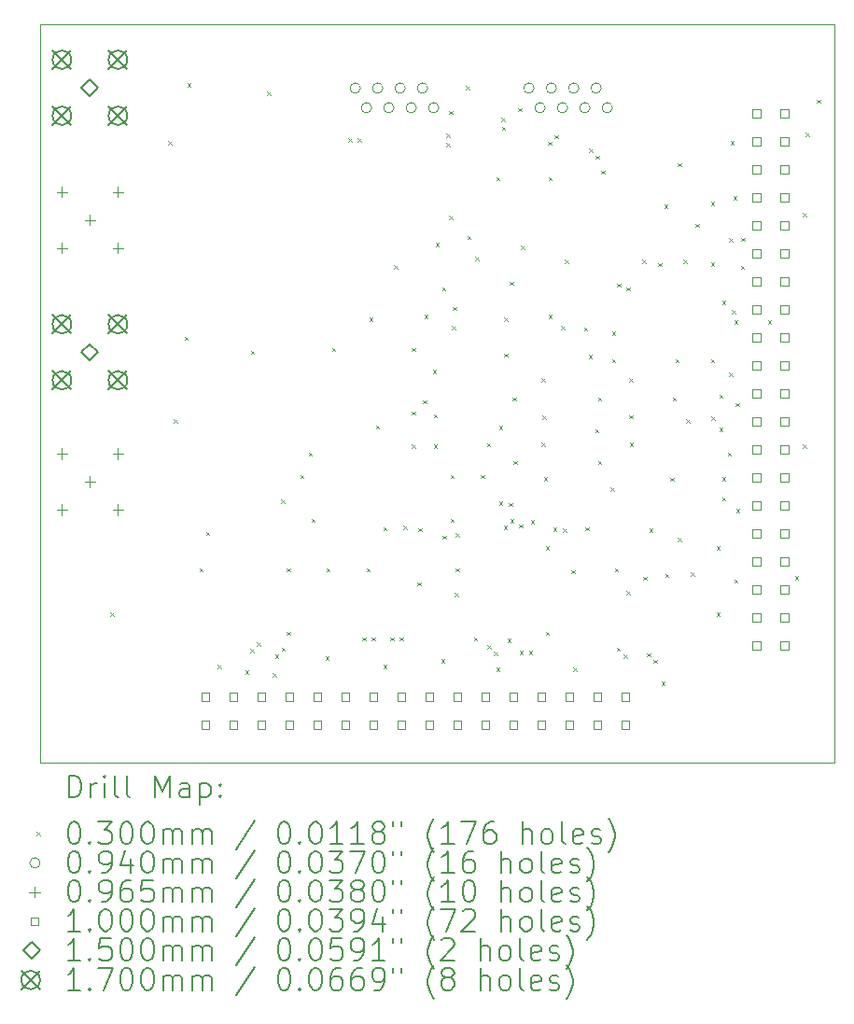
<source format=gbr>
%TF.GenerationSoftware,KiCad,Pcbnew,8.0.6*%
%TF.CreationDate,2025-01-14T13:25:41-05:00*%
%TF.ProjectId,LVDS_RasPi_Hat,4c564453-5f52-4617-9350-695f4861742e,rev?*%
%TF.SameCoordinates,Original*%
%TF.FileFunction,Drillmap*%
%TF.FilePolarity,Positive*%
%FSLAX45Y45*%
G04 Gerber Fmt 4.5, Leading zero omitted, Abs format (unit mm)*
G04 Created by KiCad (PCBNEW 8.0.6) date 2025-01-14 13:25:41*
%MOMM*%
%LPD*%
G01*
G04 APERTURE LIST*
%ADD10C,0.050000*%
%ADD11C,0.200000*%
%ADD12C,0.100000*%
%ADD13C,0.150000*%
%ADD14C,0.170000*%
G04 APERTURE END LIST*
D10*
X2515250Y-2250000D02*
X9715250Y-2250000D01*
X9715250Y-8950000D01*
X2515250Y-8950000D01*
X2515250Y-2250000D01*
D11*
D12*
X3150250Y-7585000D02*
X3180250Y-7615000D01*
X3180250Y-7585000D02*
X3150250Y-7615000D01*
X3675250Y-3310000D02*
X3705250Y-3340000D01*
X3705250Y-3310000D02*
X3675250Y-3340000D01*
X3725250Y-5835000D02*
X3755250Y-5865000D01*
X3755250Y-5835000D02*
X3725250Y-5865000D01*
X3825250Y-5085000D02*
X3855250Y-5115000D01*
X3855250Y-5085000D02*
X3825250Y-5115000D01*
X3850250Y-2785000D02*
X3880250Y-2815000D01*
X3880250Y-2785000D02*
X3850250Y-2815000D01*
X3960000Y-7185000D02*
X3990000Y-7215000D01*
X3990000Y-7185000D02*
X3960000Y-7215000D01*
X4017990Y-6852770D02*
X4047990Y-6882770D01*
X4047990Y-6852770D02*
X4017990Y-6882770D01*
X4125250Y-8060000D02*
X4155250Y-8090000D01*
X4155250Y-8060000D02*
X4125250Y-8090000D01*
X4375250Y-8110000D02*
X4405250Y-8140000D01*
X4405250Y-8110000D02*
X4375250Y-8140000D01*
X4420200Y-7915050D02*
X4450200Y-7945050D01*
X4450200Y-7915050D02*
X4420200Y-7945050D01*
X4425250Y-5210000D02*
X4455250Y-5240000D01*
X4455250Y-5210000D02*
X4425250Y-5240000D01*
X4480300Y-7854950D02*
X4510300Y-7884950D01*
X4510300Y-7854950D02*
X4480300Y-7884950D01*
X4575250Y-2860000D02*
X4605250Y-2890000D01*
X4605250Y-2860000D02*
X4575250Y-2890000D01*
X4625250Y-8135000D02*
X4655250Y-8165000D01*
X4655250Y-8135000D02*
X4625250Y-8165000D01*
X4645200Y-7965050D02*
X4675200Y-7995050D01*
X4675200Y-7965050D02*
X4645200Y-7995050D01*
X4700250Y-6560000D02*
X4730250Y-6590000D01*
X4730250Y-6560000D02*
X4700250Y-6590000D01*
X4705300Y-7904950D02*
X4735300Y-7934950D01*
X4735300Y-7904950D02*
X4705300Y-7934950D01*
X4750250Y-7185000D02*
X4780250Y-7215000D01*
X4780250Y-7185000D02*
X4750250Y-7215000D01*
X4750250Y-7760000D02*
X4780250Y-7790000D01*
X4780250Y-7760000D02*
X4750250Y-7790000D01*
X4875250Y-6335000D02*
X4905250Y-6365000D01*
X4905250Y-6335000D02*
X4875250Y-6365000D01*
X4950250Y-6135000D02*
X4980250Y-6165000D01*
X4980250Y-6135000D02*
X4950250Y-6165000D01*
X4975250Y-6735000D02*
X5005250Y-6765000D01*
X5005250Y-6735000D02*
X4975250Y-6765000D01*
X5100250Y-7985000D02*
X5130250Y-8015000D01*
X5130250Y-7985000D02*
X5100250Y-8015000D01*
X5110000Y-7185000D02*
X5140000Y-7215000D01*
X5140000Y-7185000D02*
X5110000Y-7215000D01*
X5160000Y-5185000D02*
X5190000Y-5215000D01*
X5190000Y-5185000D02*
X5160000Y-5215000D01*
X5307750Y-3285000D02*
X5337750Y-3315000D01*
X5337750Y-3285000D02*
X5307750Y-3315000D01*
X5392750Y-3285000D02*
X5422750Y-3315000D01*
X5422750Y-3285000D02*
X5392750Y-3315000D01*
X5434750Y-7810000D02*
X5464750Y-7840000D01*
X5464750Y-7810000D02*
X5434750Y-7840000D01*
X5475250Y-7185000D02*
X5505250Y-7215000D01*
X5505250Y-7185000D02*
X5475250Y-7215000D01*
X5500250Y-4910000D02*
X5530250Y-4940000D01*
X5530250Y-4910000D02*
X5500250Y-4940000D01*
X5519750Y-7810000D02*
X5549750Y-7840000D01*
X5549750Y-7810000D02*
X5519750Y-7840000D01*
X5560000Y-5889000D02*
X5590000Y-5919000D01*
X5590000Y-5889000D02*
X5560000Y-5919000D01*
X5625250Y-6810000D02*
X5655250Y-6840000D01*
X5655250Y-6810000D02*
X5625250Y-6840000D01*
X5625250Y-8060000D02*
X5655250Y-8090000D01*
X5655250Y-8060000D02*
X5625250Y-8090000D01*
X5688750Y-7810000D02*
X5718750Y-7840000D01*
X5718750Y-7810000D02*
X5688750Y-7840000D01*
X5725250Y-4435000D02*
X5755250Y-4465000D01*
X5755250Y-4435000D02*
X5725250Y-4465000D01*
X5773750Y-7810000D02*
X5803750Y-7840000D01*
X5803750Y-7810000D02*
X5773750Y-7840000D01*
X5809900Y-6798950D02*
X5839900Y-6828950D01*
X5839900Y-6798950D02*
X5809900Y-6828950D01*
X5885000Y-5185000D02*
X5915000Y-5215000D01*
X5915000Y-5185000D02*
X5885000Y-5215000D01*
X5885000Y-5760000D02*
X5915000Y-5790000D01*
X5915000Y-5760000D02*
X5885000Y-5790000D01*
X5885000Y-6060000D02*
X5915000Y-6090000D01*
X5915000Y-6060000D02*
X5885000Y-6090000D01*
X5935000Y-7310000D02*
X5965000Y-7340000D01*
X5965000Y-7310000D02*
X5935000Y-7340000D01*
X5942625Y-6817625D02*
X5972625Y-6847625D01*
X5972625Y-6817625D02*
X5942625Y-6847625D01*
X5985000Y-5660000D02*
X6015000Y-5690000D01*
X6015000Y-5660000D02*
X5985000Y-5690000D01*
X6000250Y-4885000D02*
X6030250Y-4915000D01*
X6030250Y-4885000D02*
X6000250Y-4915000D01*
X6075250Y-5385000D02*
X6105250Y-5415000D01*
X6105250Y-5385000D02*
X6075250Y-5415000D01*
X6085000Y-5785000D02*
X6115000Y-5815000D01*
X6115000Y-5785000D02*
X6085000Y-5815000D01*
X6085000Y-6060000D02*
X6115000Y-6090000D01*
X6115000Y-6060000D02*
X6085000Y-6090000D01*
X6100250Y-4235000D02*
X6130250Y-4265000D01*
X6130250Y-4235000D02*
X6100250Y-4265000D01*
X6150250Y-8010000D02*
X6180250Y-8040000D01*
X6180250Y-8010000D02*
X6150250Y-8040000D01*
X6160000Y-4635000D02*
X6190000Y-4665000D01*
X6190000Y-4635000D02*
X6160000Y-4665000D01*
X6166230Y-6888960D02*
X6196230Y-6918960D01*
X6196230Y-6888960D02*
X6166230Y-6918960D01*
X6200250Y-3242500D02*
X6230250Y-3272500D01*
X6230250Y-3242500D02*
X6200250Y-3272500D01*
X6200250Y-3327500D02*
X6230250Y-3357500D01*
X6230250Y-3327500D02*
X6200250Y-3357500D01*
X6225250Y-3035000D02*
X6255250Y-3065000D01*
X6255250Y-3035000D02*
X6225250Y-3065000D01*
X6225250Y-3985000D02*
X6255250Y-4015000D01*
X6255250Y-3985000D02*
X6225250Y-4015000D01*
X6235000Y-6335000D02*
X6265000Y-6365000D01*
X6265000Y-6335000D02*
X6235000Y-6365000D01*
X6235000Y-6735000D02*
X6265000Y-6765000D01*
X6265000Y-6735000D02*
X6235000Y-6765000D01*
X6250250Y-4985000D02*
X6280250Y-5015000D01*
X6280250Y-4985000D02*
X6250250Y-5015000D01*
X6258850Y-4811190D02*
X6288850Y-4841190D01*
X6288850Y-4811190D02*
X6258850Y-4841190D01*
X6275250Y-7410000D02*
X6305250Y-7440000D01*
X6305250Y-7410000D02*
X6275250Y-7440000D01*
X6284150Y-6867220D02*
X6314150Y-6897220D01*
X6314150Y-6867220D02*
X6284150Y-6897220D01*
X6285000Y-7185000D02*
X6315000Y-7215000D01*
X6315000Y-7185000D02*
X6285000Y-7215000D01*
X6375250Y-2810000D02*
X6405250Y-2840000D01*
X6405250Y-2810000D02*
X6375250Y-2840000D01*
X6388100Y-4169910D02*
X6418100Y-4199910D01*
X6418100Y-4169910D02*
X6388100Y-4199910D01*
X6450250Y-7810000D02*
X6480250Y-7840000D01*
X6480250Y-7810000D02*
X6450250Y-7840000D01*
X6460000Y-4360000D02*
X6490000Y-4390000D01*
X6490000Y-4360000D02*
X6460000Y-4390000D01*
X6510000Y-6335000D02*
X6540000Y-6365000D01*
X6540000Y-6335000D02*
X6510000Y-6365000D01*
X6568395Y-6047974D02*
X6598395Y-6077974D01*
X6598395Y-6047974D02*
X6568395Y-6077974D01*
X6570200Y-7879950D02*
X6600200Y-7909950D01*
X6600200Y-7879950D02*
X6570200Y-7909950D01*
X6630300Y-7940050D02*
X6660300Y-7970050D01*
X6660300Y-7940050D02*
X6630300Y-7970050D01*
X6650250Y-3635000D02*
X6680250Y-3665000D01*
X6680250Y-3635000D02*
X6650250Y-3665000D01*
X6650250Y-8085000D02*
X6680250Y-8115000D01*
X6680250Y-8085000D02*
X6650250Y-8115000D01*
X6677200Y-5892360D02*
X6707200Y-5922360D01*
X6707200Y-5892360D02*
X6677200Y-5922360D01*
X6677200Y-6578930D02*
X6707200Y-6608930D01*
X6707200Y-6578930D02*
X6677200Y-6608930D01*
X6700250Y-3098500D02*
X6730250Y-3128500D01*
X6730250Y-3098500D02*
X6700250Y-3128500D01*
X6704210Y-3177400D02*
X6734210Y-3207400D01*
X6734210Y-3177400D02*
X6704210Y-3207400D01*
X6720280Y-6799270D02*
X6750280Y-6829270D01*
X6750280Y-6799270D02*
X6720280Y-6829270D01*
X6725250Y-4910000D02*
X6755250Y-4940000D01*
X6755250Y-4910000D02*
X6725250Y-4940000D01*
X6725250Y-5235000D02*
X6755250Y-5265000D01*
X6755250Y-5235000D02*
X6725250Y-5265000D01*
X6753250Y-7824680D02*
X6783250Y-7854680D01*
X6783250Y-7824680D02*
X6753250Y-7854680D01*
X6764480Y-6591540D02*
X6794480Y-6621540D01*
X6794480Y-6591540D02*
X6764480Y-6621540D01*
X6775250Y-4585000D02*
X6805250Y-4615000D01*
X6805250Y-4585000D02*
X6775250Y-4615000D01*
X6779430Y-6739740D02*
X6809430Y-6769740D01*
X6809430Y-6739740D02*
X6779430Y-6769740D01*
X6800250Y-5635000D02*
X6830250Y-5665000D01*
X6830250Y-5635000D02*
X6800250Y-5665000D01*
X6810000Y-6210000D02*
X6840000Y-6240000D01*
X6840000Y-6210000D02*
X6810000Y-6240000D01*
X6850250Y-3010000D02*
X6880250Y-3040000D01*
X6880250Y-3010000D02*
X6850250Y-3040000D01*
X6860000Y-6785000D02*
X6890000Y-6815000D01*
X6890000Y-6785000D02*
X6860000Y-6815000D01*
X6863750Y-7935000D02*
X6893750Y-7965000D01*
X6893750Y-7935000D02*
X6863750Y-7965000D01*
X6875250Y-4259890D02*
X6905250Y-4289890D01*
X6905250Y-4259890D02*
X6875250Y-4289890D01*
X6948750Y-7935000D02*
X6978750Y-7965000D01*
X6978750Y-7935000D02*
X6948750Y-7965000D01*
X6966300Y-6747840D02*
X6996300Y-6777840D01*
X6996300Y-6747840D02*
X6966300Y-6777840D01*
X7060000Y-5460000D02*
X7090000Y-5490000D01*
X7090000Y-5460000D02*
X7060000Y-5490000D01*
X7063892Y-6046885D02*
X7093892Y-6076885D01*
X7093892Y-6046885D02*
X7063892Y-6076885D01*
X7068635Y-5797050D02*
X7098635Y-5827050D01*
X7098635Y-5797050D02*
X7068635Y-5827050D01*
X7085000Y-6360000D02*
X7115000Y-6390000D01*
X7115000Y-6360000D02*
X7085000Y-6390000D01*
X7100250Y-6985000D02*
X7130250Y-7015000D01*
X7130250Y-6985000D02*
X7100250Y-7015000D01*
X7100250Y-7760000D02*
X7130250Y-7790000D01*
X7130250Y-7760000D02*
X7100250Y-7790000D01*
X7120200Y-3315050D02*
X7150200Y-3345050D01*
X7150200Y-3315050D02*
X7120200Y-3345050D01*
X7125250Y-3635000D02*
X7155250Y-3665000D01*
X7155250Y-3635000D02*
X7125250Y-3665000D01*
X7125250Y-4885000D02*
X7155250Y-4915000D01*
X7155250Y-4885000D02*
X7125250Y-4915000D01*
X7168130Y-6815620D02*
X7198130Y-6845620D01*
X7198130Y-6815620D02*
X7168130Y-6845620D01*
X7180300Y-3254950D02*
X7210300Y-3284950D01*
X7210300Y-3254950D02*
X7180300Y-3284950D01*
X7241190Y-4985890D02*
X7271190Y-5015890D01*
X7271190Y-4985890D02*
X7241190Y-5015890D01*
X7255400Y-6822690D02*
X7285400Y-6852690D01*
X7285400Y-6822690D02*
X7255400Y-6852690D01*
X7275250Y-4385000D02*
X7305250Y-4415000D01*
X7305250Y-4385000D02*
X7275250Y-4415000D01*
X7332850Y-7201370D02*
X7362850Y-7231370D01*
X7362850Y-7201370D02*
X7332850Y-7231370D01*
X7350250Y-8085000D02*
X7380250Y-8115000D01*
X7380250Y-8085000D02*
X7350250Y-8115000D01*
X7446760Y-5000220D02*
X7476760Y-5030220D01*
X7476760Y-5000220D02*
X7446760Y-5030220D01*
X7460000Y-6810000D02*
X7490000Y-6840000D01*
X7490000Y-6810000D02*
X7460000Y-6840000D01*
X7488685Y-5248435D02*
X7518685Y-5278435D01*
X7518685Y-5248435D02*
X7488685Y-5278435D01*
X7495200Y-3379950D02*
X7525200Y-3409950D01*
X7525200Y-3379950D02*
X7495200Y-3409950D01*
X7549539Y-5921196D02*
X7579539Y-5951196D01*
X7579539Y-5921196D02*
X7549539Y-5951196D01*
X7555300Y-3440050D02*
X7585300Y-3470050D01*
X7585300Y-3440050D02*
X7555300Y-3470050D01*
X7574368Y-6210000D02*
X7604368Y-6240000D01*
X7604368Y-6210000D02*
X7574368Y-6240000D01*
X7575250Y-5635000D02*
X7605250Y-5665000D01*
X7605250Y-5635000D02*
X7575250Y-5665000D01*
X7602860Y-3577170D02*
X7632860Y-3607170D01*
X7632860Y-3577170D02*
X7602860Y-3607170D01*
X7690304Y-6449110D02*
X7720304Y-6479110D01*
X7720304Y-6449110D02*
X7690304Y-6479110D01*
X7700250Y-5035000D02*
X7730250Y-5065000D01*
X7730250Y-5035000D02*
X7700250Y-5065000D01*
X7700250Y-5285000D02*
X7730250Y-5315000D01*
X7730250Y-5285000D02*
X7700250Y-5315000D01*
X7725250Y-7185000D02*
X7755250Y-7215000D01*
X7755250Y-7185000D02*
X7725250Y-7215000D01*
X7745200Y-7904950D02*
X7775200Y-7934950D01*
X7775200Y-7904950D02*
X7745200Y-7934950D01*
X7746330Y-4602810D02*
X7776330Y-4632810D01*
X7776330Y-4602810D02*
X7746330Y-4632810D01*
X7805300Y-7965050D02*
X7835300Y-7995050D01*
X7835300Y-7965050D02*
X7805300Y-7995050D01*
X7833600Y-4634130D02*
X7863600Y-4664130D01*
X7863600Y-4634130D02*
X7833600Y-4664130D01*
X7833600Y-7390250D02*
X7863600Y-7420250D01*
X7863600Y-7390250D02*
X7833600Y-7420250D01*
X7860000Y-5460000D02*
X7890000Y-5490000D01*
X7890000Y-5460000D02*
X7860000Y-5490000D01*
X7860000Y-5795615D02*
X7890000Y-5825615D01*
X7890000Y-5795615D02*
X7860000Y-5825615D01*
X7863136Y-6044953D02*
X7893136Y-6074953D01*
X7893136Y-6044953D02*
X7863136Y-6074953D01*
X7975250Y-4385000D02*
X8005250Y-4415000D01*
X8005250Y-4385000D02*
X7975250Y-4415000D01*
X7985000Y-7260000D02*
X8015000Y-7290000D01*
X8015000Y-7260000D02*
X7985000Y-7290000D01*
X8020200Y-7954950D02*
X8050200Y-7984950D01*
X8050200Y-7954950D02*
X8020200Y-7984950D01*
X8041110Y-6821550D02*
X8071110Y-6851550D01*
X8071110Y-6821550D02*
X8041110Y-6851550D01*
X8080300Y-8015050D02*
X8110300Y-8045050D01*
X8110300Y-8015050D02*
X8080300Y-8045050D01*
X8122700Y-4415300D02*
X8152700Y-4445300D01*
X8152700Y-4415300D02*
X8122700Y-4445300D01*
X8150250Y-8210000D02*
X8180250Y-8240000D01*
X8180250Y-8210000D02*
X8150250Y-8240000D01*
X8175250Y-3885000D02*
X8205250Y-3915000D01*
X8205250Y-3885000D02*
X8175250Y-3915000D01*
X8185000Y-7235000D02*
X8215000Y-7265000D01*
X8215000Y-7235000D02*
X8185000Y-7265000D01*
X8229077Y-6362896D02*
X8259077Y-6392896D01*
X8259077Y-6362896D02*
X8229077Y-6392896D01*
X8250250Y-5635000D02*
X8280250Y-5665000D01*
X8280250Y-5635000D02*
X8250250Y-5665000D01*
X8275250Y-5285000D02*
X8305250Y-5315000D01*
X8305250Y-5285000D02*
X8275250Y-5315000D01*
X8300250Y-3510000D02*
X8330250Y-3540000D01*
X8330250Y-3510000D02*
X8300250Y-3540000D01*
X8300250Y-6910000D02*
X8330250Y-6940000D01*
X8330250Y-6910000D02*
X8300250Y-6940000D01*
X8350250Y-4385000D02*
X8380250Y-4415000D01*
X8380250Y-4385000D02*
X8350250Y-4415000D01*
X8374180Y-5832070D02*
X8404180Y-5862070D01*
X8404180Y-5832070D02*
X8374180Y-5862070D01*
X8417820Y-7221470D02*
X8447820Y-7251470D01*
X8447820Y-7221470D02*
X8417820Y-7251470D01*
X8460000Y-4060000D02*
X8490000Y-4090000D01*
X8490000Y-4060000D02*
X8460000Y-4090000D01*
X8600250Y-3860000D02*
X8630250Y-3890000D01*
X8630250Y-3860000D02*
X8600250Y-3890000D01*
X8600250Y-4410000D02*
X8630250Y-4440000D01*
X8630250Y-4410000D02*
X8600250Y-4440000D01*
X8600250Y-5285000D02*
X8630250Y-5315000D01*
X8630250Y-5285000D02*
X8600250Y-5315000D01*
X8602880Y-5807460D02*
X8632880Y-5837460D01*
X8632880Y-5807460D02*
X8602880Y-5837460D01*
X8650250Y-6985000D02*
X8680250Y-7015000D01*
X8680250Y-6985000D02*
X8650250Y-7015000D01*
X8650250Y-7585000D02*
X8680250Y-7615000D01*
X8680250Y-7585000D02*
X8650250Y-7615000D01*
X8675250Y-5610000D02*
X8705250Y-5640000D01*
X8705250Y-5610000D02*
X8675250Y-5640000D01*
X8675250Y-5910000D02*
X8705250Y-5940000D01*
X8705250Y-5910000D02*
X8675250Y-5940000D01*
X8700250Y-6360000D02*
X8730250Y-6390000D01*
X8730250Y-6360000D02*
X8700250Y-6390000D01*
X8700900Y-4758490D02*
X8730900Y-4788490D01*
X8730900Y-4758490D02*
X8700900Y-4788490D01*
X8700900Y-6539570D02*
X8730900Y-6569570D01*
X8730900Y-6539570D02*
X8700900Y-6569570D01*
X8750250Y-6135000D02*
X8780250Y-6165000D01*
X8780250Y-6135000D02*
X8750250Y-6165000D01*
X8764946Y-4189899D02*
X8794946Y-4219899D01*
X8794946Y-4189899D02*
X8764946Y-4219899D01*
X8765130Y-5410000D02*
X8795130Y-5440000D01*
X8795130Y-5410000D02*
X8765130Y-5440000D01*
X8775250Y-3310000D02*
X8805250Y-3340000D01*
X8805250Y-3310000D02*
X8775250Y-3340000D01*
X8788180Y-4842950D02*
X8818180Y-4872950D01*
X8818180Y-4842950D02*
X8788180Y-4872950D01*
X8800250Y-3810000D02*
X8830250Y-3840000D01*
X8830250Y-3810000D02*
X8800250Y-3840000D01*
X8810000Y-4937170D02*
X8840000Y-4967170D01*
X8840000Y-4937170D02*
X8810000Y-4967170D01*
X8810000Y-7285000D02*
X8840000Y-7315000D01*
X8840000Y-7285000D02*
X8810000Y-7315000D01*
X8825250Y-5685000D02*
X8855250Y-5715000D01*
X8855250Y-5685000D02*
X8825250Y-5715000D01*
X8828200Y-6644950D02*
X8858200Y-6674950D01*
X8858200Y-6644950D02*
X8828200Y-6674950D01*
X8868270Y-4441000D02*
X8898270Y-4471000D01*
X8898270Y-4441000D02*
X8868270Y-4471000D01*
X8875250Y-4185000D02*
X8905250Y-4215000D01*
X8905250Y-4185000D02*
X8875250Y-4215000D01*
X9115310Y-4935000D02*
X9145310Y-4965000D01*
X9145310Y-4935000D02*
X9115310Y-4965000D01*
X9360780Y-7253720D02*
X9390780Y-7283720D01*
X9390780Y-7253720D02*
X9360780Y-7283720D01*
X9435000Y-3960000D02*
X9465000Y-3990000D01*
X9465000Y-3960000D02*
X9435000Y-3990000D01*
X9435000Y-6060000D02*
X9465000Y-6090000D01*
X9465000Y-6060000D02*
X9435000Y-6090000D01*
X9460000Y-3235000D02*
X9490000Y-3265000D01*
X9490000Y-3235000D02*
X9460000Y-3265000D01*
X9560000Y-2935000D02*
X9590000Y-2965000D01*
X9590000Y-2935000D02*
X9560000Y-2965000D01*
X5419550Y-2829000D02*
G75*
G02*
X5325550Y-2829000I-47000J0D01*
G01*
X5325550Y-2829000D02*
G75*
G02*
X5419550Y-2829000I47000J0D01*
G01*
X5521150Y-3007000D02*
G75*
G02*
X5427150Y-3007000I-47000J0D01*
G01*
X5427150Y-3007000D02*
G75*
G02*
X5521150Y-3007000I47000J0D01*
G01*
X5622750Y-2829000D02*
G75*
G02*
X5528750Y-2829000I-47000J0D01*
G01*
X5528750Y-2829000D02*
G75*
G02*
X5622750Y-2829000I47000J0D01*
G01*
X5724350Y-3007000D02*
G75*
G02*
X5630350Y-3007000I-47000J0D01*
G01*
X5630350Y-3007000D02*
G75*
G02*
X5724350Y-3007000I47000J0D01*
G01*
X5825950Y-2829000D02*
G75*
G02*
X5731950Y-2829000I-47000J0D01*
G01*
X5731950Y-2829000D02*
G75*
G02*
X5825950Y-2829000I47000J0D01*
G01*
X5927550Y-3007000D02*
G75*
G02*
X5833550Y-3007000I-47000J0D01*
G01*
X5833550Y-3007000D02*
G75*
G02*
X5927550Y-3007000I47000J0D01*
G01*
X6029150Y-2829000D02*
G75*
G02*
X5935150Y-2829000I-47000J0D01*
G01*
X5935150Y-2829000D02*
G75*
G02*
X6029150Y-2829000I47000J0D01*
G01*
X6130750Y-3007000D02*
G75*
G02*
X6036750Y-3007000I-47000J0D01*
G01*
X6036750Y-3007000D02*
G75*
G02*
X6130750Y-3007000I47000J0D01*
G01*
X6994550Y-2829000D02*
G75*
G02*
X6900550Y-2829000I-47000J0D01*
G01*
X6900550Y-2829000D02*
G75*
G02*
X6994550Y-2829000I47000J0D01*
G01*
X7096150Y-3007000D02*
G75*
G02*
X7002150Y-3007000I-47000J0D01*
G01*
X7002150Y-3007000D02*
G75*
G02*
X7096150Y-3007000I47000J0D01*
G01*
X7197750Y-2829000D02*
G75*
G02*
X7103750Y-2829000I-47000J0D01*
G01*
X7103750Y-2829000D02*
G75*
G02*
X7197750Y-2829000I47000J0D01*
G01*
X7299350Y-3007000D02*
G75*
G02*
X7205350Y-3007000I-47000J0D01*
G01*
X7205350Y-3007000D02*
G75*
G02*
X7299350Y-3007000I47000J0D01*
G01*
X7400950Y-2829000D02*
G75*
G02*
X7306950Y-2829000I-47000J0D01*
G01*
X7306950Y-2829000D02*
G75*
G02*
X7400950Y-2829000I47000J0D01*
G01*
X7502550Y-3007000D02*
G75*
G02*
X7408550Y-3007000I-47000J0D01*
G01*
X7408550Y-3007000D02*
G75*
G02*
X7502550Y-3007000I47000J0D01*
G01*
X7604150Y-2829000D02*
G75*
G02*
X7510150Y-2829000I-47000J0D01*
G01*
X7510150Y-2829000D02*
G75*
G02*
X7604150Y-2829000I47000J0D01*
G01*
X7705750Y-3007000D02*
G75*
G02*
X7611750Y-3007000I-47000J0D01*
G01*
X7611750Y-3007000D02*
G75*
G02*
X7705750Y-3007000I47000J0D01*
G01*
X2711250Y-3722740D02*
X2711250Y-3819260D01*
X2662990Y-3771000D02*
X2759510Y-3771000D01*
X2711250Y-4230740D02*
X2711250Y-4327260D01*
X2662990Y-4279000D02*
X2759510Y-4279000D01*
X2711250Y-6097740D02*
X2711250Y-6194260D01*
X2662990Y-6146000D02*
X2759510Y-6146000D01*
X2711250Y-6605740D02*
X2711250Y-6702260D01*
X2662990Y-6654000D02*
X2759510Y-6654000D01*
X2965250Y-3976740D02*
X2965250Y-4073260D01*
X2916990Y-4025000D02*
X3013510Y-4025000D01*
X2965250Y-6351740D02*
X2965250Y-6448260D01*
X2916990Y-6400000D02*
X3013510Y-6400000D01*
X3219250Y-3722740D02*
X3219250Y-3819260D01*
X3170990Y-3771000D02*
X3267510Y-3771000D01*
X3219250Y-4230740D02*
X3219250Y-4327260D01*
X3170990Y-4279000D02*
X3267510Y-4279000D01*
X3219250Y-6097740D02*
X3219250Y-6194260D01*
X3170990Y-6146000D02*
X3267510Y-6146000D01*
X3219250Y-6605740D02*
X3219250Y-6702260D01*
X3170990Y-6654000D02*
X3267510Y-6654000D01*
X4045606Y-8385356D02*
X4045606Y-8314644D01*
X3974894Y-8314644D01*
X3974894Y-8385356D01*
X4045606Y-8385356D01*
X4045606Y-8639356D02*
X4045606Y-8568644D01*
X3974894Y-8568644D01*
X3974894Y-8639356D01*
X4045606Y-8639356D01*
X4299606Y-8385356D02*
X4299606Y-8314644D01*
X4228894Y-8314644D01*
X4228894Y-8385356D01*
X4299606Y-8385356D01*
X4299606Y-8639356D02*
X4299606Y-8568644D01*
X4228894Y-8568644D01*
X4228894Y-8639356D01*
X4299606Y-8639356D01*
X4553606Y-8385356D02*
X4553606Y-8314644D01*
X4482894Y-8314644D01*
X4482894Y-8385356D01*
X4553606Y-8385356D01*
X4553606Y-8639356D02*
X4553606Y-8568644D01*
X4482894Y-8568644D01*
X4482894Y-8639356D01*
X4553606Y-8639356D01*
X4807606Y-8385356D02*
X4807606Y-8314644D01*
X4736894Y-8314644D01*
X4736894Y-8385356D01*
X4807606Y-8385356D01*
X4807606Y-8639356D02*
X4807606Y-8568644D01*
X4736894Y-8568644D01*
X4736894Y-8639356D01*
X4807606Y-8639356D01*
X5061606Y-8385356D02*
X5061606Y-8314644D01*
X4990894Y-8314644D01*
X4990894Y-8385356D01*
X5061606Y-8385356D01*
X5061606Y-8639356D02*
X5061606Y-8568644D01*
X4990894Y-8568644D01*
X4990894Y-8639356D01*
X5061606Y-8639356D01*
X5315606Y-8385356D02*
X5315606Y-8314644D01*
X5244894Y-8314644D01*
X5244894Y-8385356D01*
X5315606Y-8385356D01*
X5315606Y-8639356D02*
X5315606Y-8568644D01*
X5244894Y-8568644D01*
X5244894Y-8639356D01*
X5315606Y-8639356D01*
X5569606Y-8385356D02*
X5569606Y-8314644D01*
X5498894Y-8314644D01*
X5498894Y-8385356D01*
X5569606Y-8385356D01*
X5569606Y-8639356D02*
X5569606Y-8568644D01*
X5498894Y-8568644D01*
X5498894Y-8639356D01*
X5569606Y-8639356D01*
X5823606Y-8385356D02*
X5823606Y-8314644D01*
X5752894Y-8314644D01*
X5752894Y-8385356D01*
X5823606Y-8385356D01*
X5823606Y-8639356D02*
X5823606Y-8568644D01*
X5752894Y-8568644D01*
X5752894Y-8639356D01*
X5823606Y-8639356D01*
X6077606Y-8385356D02*
X6077606Y-8314644D01*
X6006894Y-8314644D01*
X6006894Y-8385356D01*
X6077606Y-8385356D01*
X6077606Y-8639356D02*
X6077606Y-8568644D01*
X6006894Y-8568644D01*
X6006894Y-8639356D01*
X6077606Y-8639356D01*
X6331606Y-8385356D02*
X6331606Y-8314644D01*
X6260894Y-8314644D01*
X6260894Y-8385356D01*
X6331606Y-8385356D01*
X6331606Y-8639356D02*
X6331606Y-8568644D01*
X6260894Y-8568644D01*
X6260894Y-8639356D01*
X6331606Y-8639356D01*
X6585606Y-8385356D02*
X6585606Y-8314644D01*
X6514894Y-8314644D01*
X6514894Y-8385356D01*
X6585606Y-8385356D01*
X6585606Y-8639356D02*
X6585606Y-8568644D01*
X6514894Y-8568644D01*
X6514894Y-8639356D01*
X6585606Y-8639356D01*
X6839606Y-8385356D02*
X6839606Y-8314644D01*
X6768894Y-8314644D01*
X6768894Y-8385356D01*
X6839606Y-8385356D01*
X6839606Y-8639356D02*
X6839606Y-8568644D01*
X6768894Y-8568644D01*
X6768894Y-8639356D01*
X6839606Y-8639356D01*
X7093606Y-8385356D02*
X7093606Y-8314644D01*
X7022894Y-8314644D01*
X7022894Y-8385356D01*
X7093606Y-8385356D01*
X7093606Y-8639356D02*
X7093606Y-8568644D01*
X7022894Y-8568644D01*
X7022894Y-8639356D01*
X7093606Y-8639356D01*
X7347606Y-8385356D02*
X7347606Y-8314644D01*
X7276894Y-8314644D01*
X7276894Y-8385356D01*
X7347606Y-8385356D01*
X7347606Y-8639356D02*
X7347606Y-8568644D01*
X7276894Y-8568644D01*
X7276894Y-8639356D01*
X7347606Y-8639356D01*
X7601606Y-8385356D02*
X7601606Y-8314644D01*
X7530894Y-8314644D01*
X7530894Y-8385356D01*
X7601606Y-8385356D01*
X7601606Y-8639356D02*
X7601606Y-8568644D01*
X7530894Y-8568644D01*
X7530894Y-8639356D01*
X7601606Y-8639356D01*
X7855606Y-8385356D02*
X7855606Y-8314644D01*
X7784894Y-8314644D01*
X7784894Y-8385356D01*
X7855606Y-8385356D01*
X7855606Y-8639356D02*
X7855606Y-8568644D01*
X7784894Y-8568644D01*
X7784894Y-8639356D01*
X7855606Y-8639356D01*
X9046606Y-3094356D02*
X9046606Y-3023644D01*
X8975894Y-3023644D01*
X8975894Y-3094356D01*
X9046606Y-3094356D01*
X9046606Y-3348356D02*
X9046606Y-3277644D01*
X8975894Y-3277644D01*
X8975894Y-3348356D01*
X9046606Y-3348356D01*
X9046606Y-3602356D02*
X9046606Y-3531644D01*
X8975894Y-3531644D01*
X8975894Y-3602356D01*
X9046606Y-3602356D01*
X9046606Y-3856356D02*
X9046606Y-3785644D01*
X8975894Y-3785644D01*
X8975894Y-3856356D01*
X9046606Y-3856356D01*
X9046606Y-4110356D02*
X9046606Y-4039644D01*
X8975894Y-4039644D01*
X8975894Y-4110356D01*
X9046606Y-4110356D01*
X9046606Y-4364356D02*
X9046606Y-4293644D01*
X8975894Y-4293644D01*
X8975894Y-4364356D01*
X9046606Y-4364356D01*
X9046606Y-4618356D02*
X9046606Y-4547644D01*
X8975894Y-4547644D01*
X8975894Y-4618356D01*
X9046606Y-4618356D01*
X9046606Y-4872356D02*
X9046606Y-4801644D01*
X8975894Y-4801644D01*
X8975894Y-4872356D01*
X9046606Y-4872356D01*
X9046606Y-5126356D02*
X9046606Y-5055644D01*
X8975894Y-5055644D01*
X8975894Y-5126356D01*
X9046606Y-5126356D01*
X9046606Y-5380356D02*
X9046606Y-5309644D01*
X8975894Y-5309644D01*
X8975894Y-5380356D01*
X9046606Y-5380356D01*
X9046606Y-5634356D02*
X9046606Y-5563644D01*
X8975894Y-5563644D01*
X8975894Y-5634356D01*
X9046606Y-5634356D01*
X9046606Y-5888356D02*
X9046606Y-5817644D01*
X8975894Y-5817644D01*
X8975894Y-5888356D01*
X9046606Y-5888356D01*
X9046606Y-6142356D02*
X9046606Y-6071644D01*
X8975894Y-6071644D01*
X8975894Y-6142356D01*
X9046606Y-6142356D01*
X9046606Y-6396356D02*
X9046606Y-6325644D01*
X8975894Y-6325644D01*
X8975894Y-6396356D01*
X9046606Y-6396356D01*
X9046606Y-6650356D02*
X9046606Y-6579644D01*
X8975894Y-6579644D01*
X8975894Y-6650356D01*
X9046606Y-6650356D01*
X9046606Y-6904356D02*
X9046606Y-6833644D01*
X8975894Y-6833644D01*
X8975894Y-6904356D01*
X9046606Y-6904356D01*
X9046606Y-7158356D02*
X9046606Y-7087644D01*
X8975894Y-7087644D01*
X8975894Y-7158356D01*
X9046606Y-7158356D01*
X9046606Y-7412356D02*
X9046606Y-7341644D01*
X8975894Y-7341644D01*
X8975894Y-7412356D01*
X9046606Y-7412356D01*
X9046606Y-7666356D02*
X9046606Y-7595644D01*
X8975894Y-7595644D01*
X8975894Y-7666356D01*
X9046606Y-7666356D01*
X9046606Y-7920356D02*
X9046606Y-7849644D01*
X8975894Y-7849644D01*
X8975894Y-7920356D01*
X9046606Y-7920356D01*
X9300606Y-3094356D02*
X9300606Y-3023644D01*
X9229894Y-3023644D01*
X9229894Y-3094356D01*
X9300606Y-3094356D01*
X9300606Y-3348356D02*
X9300606Y-3277644D01*
X9229894Y-3277644D01*
X9229894Y-3348356D01*
X9300606Y-3348356D01*
X9300606Y-3602356D02*
X9300606Y-3531644D01*
X9229894Y-3531644D01*
X9229894Y-3602356D01*
X9300606Y-3602356D01*
X9300606Y-3856356D02*
X9300606Y-3785644D01*
X9229894Y-3785644D01*
X9229894Y-3856356D01*
X9300606Y-3856356D01*
X9300606Y-4110356D02*
X9300606Y-4039644D01*
X9229894Y-4039644D01*
X9229894Y-4110356D01*
X9300606Y-4110356D01*
X9300606Y-4364356D02*
X9300606Y-4293644D01*
X9229894Y-4293644D01*
X9229894Y-4364356D01*
X9300606Y-4364356D01*
X9300606Y-4618356D02*
X9300606Y-4547644D01*
X9229894Y-4547644D01*
X9229894Y-4618356D01*
X9300606Y-4618356D01*
X9300606Y-4872356D02*
X9300606Y-4801644D01*
X9229894Y-4801644D01*
X9229894Y-4872356D01*
X9300606Y-4872356D01*
X9300606Y-5126356D02*
X9300606Y-5055644D01*
X9229894Y-5055644D01*
X9229894Y-5126356D01*
X9300606Y-5126356D01*
X9300606Y-5380356D02*
X9300606Y-5309644D01*
X9229894Y-5309644D01*
X9229894Y-5380356D01*
X9300606Y-5380356D01*
X9300606Y-5634356D02*
X9300606Y-5563644D01*
X9229894Y-5563644D01*
X9229894Y-5634356D01*
X9300606Y-5634356D01*
X9300606Y-5888356D02*
X9300606Y-5817644D01*
X9229894Y-5817644D01*
X9229894Y-5888356D01*
X9300606Y-5888356D01*
X9300606Y-6142356D02*
X9300606Y-6071644D01*
X9229894Y-6071644D01*
X9229894Y-6142356D01*
X9300606Y-6142356D01*
X9300606Y-6396356D02*
X9300606Y-6325644D01*
X9229894Y-6325644D01*
X9229894Y-6396356D01*
X9300606Y-6396356D01*
X9300606Y-6650356D02*
X9300606Y-6579644D01*
X9229894Y-6579644D01*
X9229894Y-6650356D01*
X9300606Y-6650356D01*
X9300606Y-6904356D02*
X9300606Y-6833644D01*
X9229894Y-6833644D01*
X9229894Y-6904356D01*
X9300606Y-6904356D01*
X9300606Y-7158356D02*
X9300606Y-7087644D01*
X9229894Y-7087644D01*
X9229894Y-7158356D01*
X9300606Y-7158356D01*
X9300606Y-7412356D02*
X9300606Y-7341644D01*
X9229894Y-7341644D01*
X9229894Y-7412356D01*
X9300606Y-7412356D01*
X9300606Y-7666356D02*
X9300606Y-7595644D01*
X9229894Y-7595644D01*
X9229894Y-7666356D01*
X9300606Y-7666356D01*
X9300606Y-7920356D02*
X9300606Y-7849644D01*
X9229894Y-7849644D01*
X9229894Y-7920356D01*
X9300606Y-7920356D01*
D13*
X2965250Y-2900000D02*
X3040250Y-2825000D01*
X2965250Y-2750000D01*
X2890250Y-2825000D01*
X2965250Y-2900000D01*
X2965250Y-5300000D02*
X3040250Y-5225000D01*
X2965250Y-5150000D01*
X2890250Y-5225000D01*
X2965250Y-5300000D01*
D14*
X2626250Y-2486000D02*
X2796250Y-2656000D01*
X2796250Y-2486000D02*
X2626250Y-2656000D01*
X2796250Y-2571000D02*
G75*
G02*
X2626250Y-2571000I-85000J0D01*
G01*
X2626250Y-2571000D02*
G75*
G02*
X2796250Y-2571000I85000J0D01*
G01*
X2626250Y-2994000D02*
X2796250Y-3164000D01*
X2796250Y-2994000D02*
X2626250Y-3164000D01*
X2796250Y-3079000D02*
G75*
G02*
X2626250Y-3079000I-85000J0D01*
G01*
X2626250Y-3079000D02*
G75*
G02*
X2796250Y-3079000I85000J0D01*
G01*
X2626250Y-4886000D02*
X2796250Y-5056000D01*
X2796250Y-4886000D02*
X2626250Y-5056000D01*
X2796250Y-4971000D02*
G75*
G02*
X2626250Y-4971000I-85000J0D01*
G01*
X2626250Y-4971000D02*
G75*
G02*
X2796250Y-4971000I85000J0D01*
G01*
X2626250Y-5394000D02*
X2796250Y-5564000D01*
X2796250Y-5394000D02*
X2626250Y-5564000D01*
X2796250Y-5479000D02*
G75*
G02*
X2626250Y-5479000I-85000J0D01*
G01*
X2626250Y-5479000D02*
G75*
G02*
X2796250Y-5479000I85000J0D01*
G01*
X3134250Y-2486000D02*
X3304250Y-2656000D01*
X3304250Y-2486000D02*
X3134250Y-2656000D01*
X3304250Y-2571000D02*
G75*
G02*
X3134250Y-2571000I-85000J0D01*
G01*
X3134250Y-2571000D02*
G75*
G02*
X3304250Y-2571000I85000J0D01*
G01*
X3134250Y-2994000D02*
X3304250Y-3164000D01*
X3304250Y-2994000D02*
X3134250Y-3164000D01*
X3304250Y-3079000D02*
G75*
G02*
X3134250Y-3079000I-85000J0D01*
G01*
X3134250Y-3079000D02*
G75*
G02*
X3304250Y-3079000I85000J0D01*
G01*
X3134250Y-4886000D02*
X3304250Y-5056000D01*
X3304250Y-4886000D02*
X3134250Y-5056000D01*
X3304250Y-4971000D02*
G75*
G02*
X3134250Y-4971000I-85000J0D01*
G01*
X3134250Y-4971000D02*
G75*
G02*
X3304250Y-4971000I85000J0D01*
G01*
X3134250Y-5394000D02*
X3304250Y-5564000D01*
X3304250Y-5394000D02*
X3134250Y-5564000D01*
X3304250Y-5479000D02*
G75*
G02*
X3134250Y-5479000I-85000J0D01*
G01*
X3134250Y-5479000D02*
G75*
G02*
X3304250Y-5479000I85000J0D01*
G01*
D11*
X2773527Y-9263984D02*
X2773527Y-9063984D01*
X2773527Y-9063984D02*
X2821146Y-9063984D01*
X2821146Y-9063984D02*
X2849717Y-9073508D01*
X2849717Y-9073508D02*
X2868765Y-9092555D01*
X2868765Y-9092555D02*
X2878289Y-9111603D01*
X2878289Y-9111603D02*
X2887812Y-9149698D01*
X2887812Y-9149698D02*
X2887812Y-9178270D01*
X2887812Y-9178270D02*
X2878289Y-9216365D01*
X2878289Y-9216365D02*
X2868765Y-9235412D01*
X2868765Y-9235412D02*
X2849717Y-9254460D01*
X2849717Y-9254460D02*
X2821146Y-9263984D01*
X2821146Y-9263984D02*
X2773527Y-9263984D01*
X2973527Y-9263984D02*
X2973527Y-9130650D01*
X2973527Y-9168746D02*
X2983051Y-9149698D01*
X2983051Y-9149698D02*
X2992574Y-9140174D01*
X2992574Y-9140174D02*
X3011622Y-9130650D01*
X3011622Y-9130650D02*
X3030670Y-9130650D01*
X3097336Y-9263984D02*
X3097336Y-9130650D01*
X3097336Y-9063984D02*
X3087812Y-9073508D01*
X3087812Y-9073508D02*
X3097336Y-9083031D01*
X3097336Y-9083031D02*
X3106860Y-9073508D01*
X3106860Y-9073508D02*
X3097336Y-9063984D01*
X3097336Y-9063984D02*
X3097336Y-9083031D01*
X3221146Y-9263984D02*
X3202098Y-9254460D01*
X3202098Y-9254460D02*
X3192574Y-9235412D01*
X3192574Y-9235412D02*
X3192574Y-9063984D01*
X3325908Y-9263984D02*
X3306860Y-9254460D01*
X3306860Y-9254460D02*
X3297336Y-9235412D01*
X3297336Y-9235412D02*
X3297336Y-9063984D01*
X3554479Y-9263984D02*
X3554479Y-9063984D01*
X3554479Y-9063984D02*
X3621146Y-9206841D01*
X3621146Y-9206841D02*
X3687812Y-9063984D01*
X3687812Y-9063984D02*
X3687812Y-9263984D01*
X3868765Y-9263984D02*
X3868765Y-9159222D01*
X3868765Y-9159222D02*
X3859241Y-9140174D01*
X3859241Y-9140174D02*
X3840193Y-9130650D01*
X3840193Y-9130650D02*
X3802098Y-9130650D01*
X3802098Y-9130650D02*
X3783051Y-9140174D01*
X3868765Y-9254460D02*
X3849717Y-9263984D01*
X3849717Y-9263984D02*
X3802098Y-9263984D01*
X3802098Y-9263984D02*
X3783051Y-9254460D01*
X3783051Y-9254460D02*
X3773527Y-9235412D01*
X3773527Y-9235412D02*
X3773527Y-9216365D01*
X3773527Y-9216365D02*
X3783051Y-9197317D01*
X3783051Y-9197317D02*
X3802098Y-9187793D01*
X3802098Y-9187793D02*
X3849717Y-9187793D01*
X3849717Y-9187793D02*
X3868765Y-9178270D01*
X3964003Y-9130650D02*
X3964003Y-9330650D01*
X3964003Y-9140174D02*
X3983051Y-9130650D01*
X3983051Y-9130650D02*
X4021146Y-9130650D01*
X4021146Y-9130650D02*
X4040193Y-9140174D01*
X4040193Y-9140174D02*
X4049717Y-9149698D01*
X4049717Y-9149698D02*
X4059241Y-9168746D01*
X4059241Y-9168746D02*
X4059241Y-9225889D01*
X4059241Y-9225889D02*
X4049717Y-9244936D01*
X4049717Y-9244936D02*
X4040193Y-9254460D01*
X4040193Y-9254460D02*
X4021146Y-9263984D01*
X4021146Y-9263984D02*
X3983051Y-9263984D01*
X3983051Y-9263984D02*
X3964003Y-9254460D01*
X4144955Y-9244936D02*
X4154479Y-9254460D01*
X4154479Y-9254460D02*
X4144955Y-9263984D01*
X4144955Y-9263984D02*
X4135432Y-9254460D01*
X4135432Y-9254460D02*
X4144955Y-9244936D01*
X4144955Y-9244936D02*
X4144955Y-9263984D01*
X4144955Y-9140174D02*
X4154479Y-9149698D01*
X4154479Y-9149698D02*
X4144955Y-9159222D01*
X4144955Y-9159222D02*
X4135432Y-9149698D01*
X4135432Y-9149698D02*
X4144955Y-9140174D01*
X4144955Y-9140174D02*
X4144955Y-9159222D01*
D12*
X2482750Y-9577500D02*
X2512750Y-9607500D01*
X2512750Y-9577500D02*
X2482750Y-9607500D01*
D11*
X2811622Y-9483984D02*
X2830670Y-9483984D01*
X2830670Y-9483984D02*
X2849717Y-9493508D01*
X2849717Y-9493508D02*
X2859241Y-9503031D01*
X2859241Y-9503031D02*
X2868765Y-9522079D01*
X2868765Y-9522079D02*
X2878289Y-9560174D01*
X2878289Y-9560174D02*
X2878289Y-9607793D01*
X2878289Y-9607793D02*
X2868765Y-9645889D01*
X2868765Y-9645889D02*
X2859241Y-9664936D01*
X2859241Y-9664936D02*
X2849717Y-9674460D01*
X2849717Y-9674460D02*
X2830670Y-9683984D01*
X2830670Y-9683984D02*
X2811622Y-9683984D01*
X2811622Y-9683984D02*
X2792574Y-9674460D01*
X2792574Y-9674460D02*
X2783051Y-9664936D01*
X2783051Y-9664936D02*
X2773527Y-9645889D01*
X2773527Y-9645889D02*
X2764003Y-9607793D01*
X2764003Y-9607793D02*
X2764003Y-9560174D01*
X2764003Y-9560174D02*
X2773527Y-9522079D01*
X2773527Y-9522079D02*
X2783051Y-9503031D01*
X2783051Y-9503031D02*
X2792574Y-9493508D01*
X2792574Y-9493508D02*
X2811622Y-9483984D01*
X2964003Y-9664936D02*
X2973527Y-9674460D01*
X2973527Y-9674460D02*
X2964003Y-9683984D01*
X2964003Y-9683984D02*
X2954479Y-9674460D01*
X2954479Y-9674460D02*
X2964003Y-9664936D01*
X2964003Y-9664936D02*
X2964003Y-9683984D01*
X3040193Y-9483984D02*
X3164003Y-9483984D01*
X3164003Y-9483984D02*
X3097336Y-9560174D01*
X3097336Y-9560174D02*
X3125908Y-9560174D01*
X3125908Y-9560174D02*
X3144955Y-9569698D01*
X3144955Y-9569698D02*
X3154479Y-9579222D01*
X3154479Y-9579222D02*
X3164003Y-9598270D01*
X3164003Y-9598270D02*
X3164003Y-9645889D01*
X3164003Y-9645889D02*
X3154479Y-9664936D01*
X3154479Y-9664936D02*
X3144955Y-9674460D01*
X3144955Y-9674460D02*
X3125908Y-9683984D01*
X3125908Y-9683984D02*
X3068765Y-9683984D01*
X3068765Y-9683984D02*
X3049717Y-9674460D01*
X3049717Y-9674460D02*
X3040193Y-9664936D01*
X3287812Y-9483984D02*
X3306860Y-9483984D01*
X3306860Y-9483984D02*
X3325908Y-9493508D01*
X3325908Y-9493508D02*
X3335432Y-9503031D01*
X3335432Y-9503031D02*
X3344955Y-9522079D01*
X3344955Y-9522079D02*
X3354479Y-9560174D01*
X3354479Y-9560174D02*
X3354479Y-9607793D01*
X3354479Y-9607793D02*
X3344955Y-9645889D01*
X3344955Y-9645889D02*
X3335432Y-9664936D01*
X3335432Y-9664936D02*
X3325908Y-9674460D01*
X3325908Y-9674460D02*
X3306860Y-9683984D01*
X3306860Y-9683984D02*
X3287812Y-9683984D01*
X3287812Y-9683984D02*
X3268765Y-9674460D01*
X3268765Y-9674460D02*
X3259241Y-9664936D01*
X3259241Y-9664936D02*
X3249717Y-9645889D01*
X3249717Y-9645889D02*
X3240193Y-9607793D01*
X3240193Y-9607793D02*
X3240193Y-9560174D01*
X3240193Y-9560174D02*
X3249717Y-9522079D01*
X3249717Y-9522079D02*
X3259241Y-9503031D01*
X3259241Y-9503031D02*
X3268765Y-9493508D01*
X3268765Y-9493508D02*
X3287812Y-9483984D01*
X3478289Y-9483984D02*
X3497336Y-9483984D01*
X3497336Y-9483984D02*
X3516384Y-9493508D01*
X3516384Y-9493508D02*
X3525908Y-9503031D01*
X3525908Y-9503031D02*
X3535432Y-9522079D01*
X3535432Y-9522079D02*
X3544955Y-9560174D01*
X3544955Y-9560174D02*
X3544955Y-9607793D01*
X3544955Y-9607793D02*
X3535432Y-9645889D01*
X3535432Y-9645889D02*
X3525908Y-9664936D01*
X3525908Y-9664936D02*
X3516384Y-9674460D01*
X3516384Y-9674460D02*
X3497336Y-9683984D01*
X3497336Y-9683984D02*
X3478289Y-9683984D01*
X3478289Y-9683984D02*
X3459241Y-9674460D01*
X3459241Y-9674460D02*
X3449717Y-9664936D01*
X3449717Y-9664936D02*
X3440193Y-9645889D01*
X3440193Y-9645889D02*
X3430670Y-9607793D01*
X3430670Y-9607793D02*
X3430670Y-9560174D01*
X3430670Y-9560174D02*
X3440193Y-9522079D01*
X3440193Y-9522079D02*
X3449717Y-9503031D01*
X3449717Y-9503031D02*
X3459241Y-9493508D01*
X3459241Y-9493508D02*
X3478289Y-9483984D01*
X3630670Y-9683984D02*
X3630670Y-9550650D01*
X3630670Y-9569698D02*
X3640193Y-9560174D01*
X3640193Y-9560174D02*
X3659241Y-9550650D01*
X3659241Y-9550650D02*
X3687813Y-9550650D01*
X3687813Y-9550650D02*
X3706860Y-9560174D01*
X3706860Y-9560174D02*
X3716384Y-9579222D01*
X3716384Y-9579222D02*
X3716384Y-9683984D01*
X3716384Y-9579222D02*
X3725908Y-9560174D01*
X3725908Y-9560174D02*
X3744955Y-9550650D01*
X3744955Y-9550650D02*
X3773527Y-9550650D01*
X3773527Y-9550650D02*
X3792574Y-9560174D01*
X3792574Y-9560174D02*
X3802098Y-9579222D01*
X3802098Y-9579222D02*
X3802098Y-9683984D01*
X3897336Y-9683984D02*
X3897336Y-9550650D01*
X3897336Y-9569698D02*
X3906860Y-9560174D01*
X3906860Y-9560174D02*
X3925908Y-9550650D01*
X3925908Y-9550650D02*
X3954479Y-9550650D01*
X3954479Y-9550650D02*
X3973527Y-9560174D01*
X3973527Y-9560174D02*
X3983051Y-9579222D01*
X3983051Y-9579222D02*
X3983051Y-9683984D01*
X3983051Y-9579222D02*
X3992574Y-9560174D01*
X3992574Y-9560174D02*
X4011622Y-9550650D01*
X4011622Y-9550650D02*
X4040193Y-9550650D01*
X4040193Y-9550650D02*
X4059241Y-9560174D01*
X4059241Y-9560174D02*
X4068765Y-9579222D01*
X4068765Y-9579222D02*
X4068765Y-9683984D01*
X4459241Y-9474460D02*
X4287813Y-9731603D01*
X4716384Y-9483984D02*
X4735432Y-9483984D01*
X4735432Y-9483984D02*
X4754479Y-9493508D01*
X4754479Y-9493508D02*
X4764003Y-9503031D01*
X4764003Y-9503031D02*
X4773527Y-9522079D01*
X4773527Y-9522079D02*
X4783051Y-9560174D01*
X4783051Y-9560174D02*
X4783051Y-9607793D01*
X4783051Y-9607793D02*
X4773527Y-9645889D01*
X4773527Y-9645889D02*
X4764003Y-9664936D01*
X4764003Y-9664936D02*
X4754479Y-9674460D01*
X4754479Y-9674460D02*
X4735432Y-9683984D01*
X4735432Y-9683984D02*
X4716384Y-9683984D01*
X4716384Y-9683984D02*
X4697337Y-9674460D01*
X4697337Y-9674460D02*
X4687813Y-9664936D01*
X4687813Y-9664936D02*
X4678289Y-9645889D01*
X4678289Y-9645889D02*
X4668765Y-9607793D01*
X4668765Y-9607793D02*
X4668765Y-9560174D01*
X4668765Y-9560174D02*
X4678289Y-9522079D01*
X4678289Y-9522079D02*
X4687813Y-9503031D01*
X4687813Y-9503031D02*
X4697337Y-9493508D01*
X4697337Y-9493508D02*
X4716384Y-9483984D01*
X4868765Y-9664936D02*
X4878289Y-9674460D01*
X4878289Y-9674460D02*
X4868765Y-9683984D01*
X4868765Y-9683984D02*
X4859241Y-9674460D01*
X4859241Y-9674460D02*
X4868765Y-9664936D01*
X4868765Y-9664936D02*
X4868765Y-9683984D01*
X5002098Y-9483984D02*
X5021146Y-9483984D01*
X5021146Y-9483984D02*
X5040194Y-9493508D01*
X5040194Y-9493508D02*
X5049718Y-9503031D01*
X5049718Y-9503031D02*
X5059241Y-9522079D01*
X5059241Y-9522079D02*
X5068765Y-9560174D01*
X5068765Y-9560174D02*
X5068765Y-9607793D01*
X5068765Y-9607793D02*
X5059241Y-9645889D01*
X5059241Y-9645889D02*
X5049718Y-9664936D01*
X5049718Y-9664936D02*
X5040194Y-9674460D01*
X5040194Y-9674460D02*
X5021146Y-9683984D01*
X5021146Y-9683984D02*
X5002098Y-9683984D01*
X5002098Y-9683984D02*
X4983051Y-9674460D01*
X4983051Y-9674460D02*
X4973527Y-9664936D01*
X4973527Y-9664936D02*
X4964003Y-9645889D01*
X4964003Y-9645889D02*
X4954479Y-9607793D01*
X4954479Y-9607793D02*
X4954479Y-9560174D01*
X4954479Y-9560174D02*
X4964003Y-9522079D01*
X4964003Y-9522079D02*
X4973527Y-9503031D01*
X4973527Y-9503031D02*
X4983051Y-9493508D01*
X4983051Y-9493508D02*
X5002098Y-9483984D01*
X5259241Y-9683984D02*
X5144956Y-9683984D01*
X5202098Y-9683984D02*
X5202098Y-9483984D01*
X5202098Y-9483984D02*
X5183051Y-9512555D01*
X5183051Y-9512555D02*
X5164003Y-9531603D01*
X5164003Y-9531603D02*
X5144956Y-9541127D01*
X5449718Y-9683984D02*
X5335432Y-9683984D01*
X5392575Y-9683984D02*
X5392575Y-9483984D01*
X5392575Y-9483984D02*
X5373527Y-9512555D01*
X5373527Y-9512555D02*
X5354479Y-9531603D01*
X5354479Y-9531603D02*
X5335432Y-9541127D01*
X5564003Y-9569698D02*
X5544956Y-9560174D01*
X5544956Y-9560174D02*
X5535432Y-9550650D01*
X5535432Y-9550650D02*
X5525908Y-9531603D01*
X5525908Y-9531603D02*
X5525908Y-9522079D01*
X5525908Y-9522079D02*
X5535432Y-9503031D01*
X5535432Y-9503031D02*
X5544956Y-9493508D01*
X5544956Y-9493508D02*
X5564003Y-9483984D01*
X5564003Y-9483984D02*
X5602098Y-9483984D01*
X5602098Y-9483984D02*
X5621146Y-9493508D01*
X5621146Y-9493508D02*
X5630670Y-9503031D01*
X5630670Y-9503031D02*
X5640194Y-9522079D01*
X5640194Y-9522079D02*
X5640194Y-9531603D01*
X5640194Y-9531603D02*
X5630670Y-9550650D01*
X5630670Y-9550650D02*
X5621146Y-9560174D01*
X5621146Y-9560174D02*
X5602098Y-9569698D01*
X5602098Y-9569698D02*
X5564003Y-9569698D01*
X5564003Y-9569698D02*
X5544956Y-9579222D01*
X5544956Y-9579222D02*
X5535432Y-9588746D01*
X5535432Y-9588746D02*
X5525908Y-9607793D01*
X5525908Y-9607793D02*
X5525908Y-9645889D01*
X5525908Y-9645889D02*
X5535432Y-9664936D01*
X5535432Y-9664936D02*
X5544956Y-9674460D01*
X5544956Y-9674460D02*
X5564003Y-9683984D01*
X5564003Y-9683984D02*
X5602098Y-9683984D01*
X5602098Y-9683984D02*
X5621146Y-9674460D01*
X5621146Y-9674460D02*
X5630670Y-9664936D01*
X5630670Y-9664936D02*
X5640194Y-9645889D01*
X5640194Y-9645889D02*
X5640194Y-9607793D01*
X5640194Y-9607793D02*
X5630670Y-9588746D01*
X5630670Y-9588746D02*
X5621146Y-9579222D01*
X5621146Y-9579222D02*
X5602098Y-9569698D01*
X5716384Y-9483984D02*
X5716384Y-9522079D01*
X5792575Y-9483984D02*
X5792575Y-9522079D01*
X6087813Y-9760174D02*
X6078289Y-9750650D01*
X6078289Y-9750650D02*
X6059241Y-9722079D01*
X6059241Y-9722079D02*
X6049718Y-9703031D01*
X6049718Y-9703031D02*
X6040194Y-9674460D01*
X6040194Y-9674460D02*
X6030670Y-9626841D01*
X6030670Y-9626841D02*
X6030670Y-9588746D01*
X6030670Y-9588746D02*
X6040194Y-9541127D01*
X6040194Y-9541127D02*
X6049718Y-9512555D01*
X6049718Y-9512555D02*
X6059241Y-9493508D01*
X6059241Y-9493508D02*
X6078289Y-9464936D01*
X6078289Y-9464936D02*
X6087813Y-9455412D01*
X6268765Y-9683984D02*
X6154479Y-9683984D01*
X6211622Y-9683984D02*
X6211622Y-9483984D01*
X6211622Y-9483984D02*
X6192575Y-9512555D01*
X6192575Y-9512555D02*
X6173527Y-9531603D01*
X6173527Y-9531603D02*
X6154479Y-9541127D01*
X6335432Y-9483984D02*
X6468765Y-9483984D01*
X6468765Y-9483984D02*
X6383051Y-9683984D01*
X6630670Y-9483984D02*
X6592575Y-9483984D01*
X6592575Y-9483984D02*
X6573527Y-9493508D01*
X6573527Y-9493508D02*
X6564003Y-9503031D01*
X6564003Y-9503031D02*
X6544956Y-9531603D01*
X6544956Y-9531603D02*
X6535432Y-9569698D01*
X6535432Y-9569698D02*
X6535432Y-9645889D01*
X6535432Y-9645889D02*
X6544956Y-9664936D01*
X6544956Y-9664936D02*
X6554479Y-9674460D01*
X6554479Y-9674460D02*
X6573527Y-9683984D01*
X6573527Y-9683984D02*
X6611622Y-9683984D01*
X6611622Y-9683984D02*
X6630670Y-9674460D01*
X6630670Y-9674460D02*
X6640194Y-9664936D01*
X6640194Y-9664936D02*
X6649718Y-9645889D01*
X6649718Y-9645889D02*
X6649718Y-9598270D01*
X6649718Y-9598270D02*
X6640194Y-9579222D01*
X6640194Y-9579222D02*
X6630670Y-9569698D01*
X6630670Y-9569698D02*
X6611622Y-9560174D01*
X6611622Y-9560174D02*
X6573527Y-9560174D01*
X6573527Y-9560174D02*
X6554479Y-9569698D01*
X6554479Y-9569698D02*
X6544956Y-9579222D01*
X6544956Y-9579222D02*
X6535432Y-9598270D01*
X6887813Y-9683984D02*
X6887813Y-9483984D01*
X6973527Y-9683984D02*
X6973527Y-9579222D01*
X6973527Y-9579222D02*
X6964003Y-9560174D01*
X6964003Y-9560174D02*
X6944956Y-9550650D01*
X6944956Y-9550650D02*
X6916384Y-9550650D01*
X6916384Y-9550650D02*
X6897337Y-9560174D01*
X6897337Y-9560174D02*
X6887813Y-9569698D01*
X7097337Y-9683984D02*
X7078289Y-9674460D01*
X7078289Y-9674460D02*
X7068765Y-9664936D01*
X7068765Y-9664936D02*
X7059241Y-9645889D01*
X7059241Y-9645889D02*
X7059241Y-9588746D01*
X7059241Y-9588746D02*
X7068765Y-9569698D01*
X7068765Y-9569698D02*
X7078289Y-9560174D01*
X7078289Y-9560174D02*
X7097337Y-9550650D01*
X7097337Y-9550650D02*
X7125908Y-9550650D01*
X7125908Y-9550650D02*
X7144956Y-9560174D01*
X7144956Y-9560174D02*
X7154480Y-9569698D01*
X7154480Y-9569698D02*
X7164003Y-9588746D01*
X7164003Y-9588746D02*
X7164003Y-9645889D01*
X7164003Y-9645889D02*
X7154480Y-9664936D01*
X7154480Y-9664936D02*
X7144956Y-9674460D01*
X7144956Y-9674460D02*
X7125908Y-9683984D01*
X7125908Y-9683984D02*
X7097337Y-9683984D01*
X7278289Y-9683984D02*
X7259241Y-9674460D01*
X7259241Y-9674460D02*
X7249718Y-9655412D01*
X7249718Y-9655412D02*
X7249718Y-9483984D01*
X7430670Y-9674460D02*
X7411622Y-9683984D01*
X7411622Y-9683984D02*
X7373527Y-9683984D01*
X7373527Y-9683984D02*
X7354480Y-9674460D01*
X7354480Y-9674460D02*
X7344956Y-9655412D01*
X7344956Y-9655412D02*
X7344956Y-9579222D01*
X7344956Y-9579222D02*
X7354480Y-9560174D01*
X7354480Y-9560174D02*
X7373527Y-9550650D01*
X7373527Y-9550650D02*
X7411622Y-9550650D01*
X7411622Y-9550650D02*
X7430670Y-9560174D01*
X7430670Y-9560174D02*
X7440194Y-9579222D01*
X7440194Y-9579222D02*
X7440194Y-9598270D01*
X7440194Y-9598270D02*
X7344956Y-9617317D01*
X7516384Y-9674460D02*
X7535432Y-9683984D01*
X7535432Y-9683984D02*
X7573527Y-9683984D01*
X7573527Y-9683984D02*
X7592575Y-9674460D01*
X7592575Y-9674460D02*
X7602099Y-9655412D01*
X7602099Y-9655412D02*
X7602099Y-9645889D01*
X7602099Y-9645889D02*
X7592575Y-9626841D01*
X7592575Y-9626841D02*
X7573527Y-9617317D01*
X7573527Y-9617317D02*
X7544956Y-9617317D01*
X7544956Y-9617317D02*
X7525908Y-9607793D01*
X7525908Y-9607793D02*
X7516384Y-9588746D01*
X7516384Y-9588746D02*
X7516384Y-9579222D01*
X7516384Y-9579222D02*
X7525908Y-9560174D01*
X7525908Y-9560174D02*
X7544956Y-9550650D01*
X7544956Y-9550650D02*
X7573527Y-9550650D01*
X7573527Y-9550650D02*
X7592575Y-9560174D01*
X7668765Y-9760174D02*
X7678289Y-9750650D01*
X7678289Y-9750650D02*
X7697337Y-9722079D01*
X7697337Y-9722079D02*
X7706861Y-9703031D01*
X7706861Y-9703031D02*
X7716384Y-9674460D01*
X7716384Y-9674460D02*
X7725908Y-9626841D01*
X7725908Y-9626841D02*
X7725908Y-9588746D01*
X7725908Y-9588746D02*
X7716384Y-9541127D01*
X7716384Y-9541127D02*
X7706861Y-9512555D01*
X7706861Y-9512555D02*
X7697337Y-9493508D01*
X7697337Y-9493508D02*
X7678289Y-9464936D01*
X7678289Y-9464936D02*
X7668765Y-9455412D01*
D12*
X2512750Y-9856500D02*
G75*
G02*
X2418750Y-9856500I-47000J0D01*
G01*
X2418750Y-9856500D02*
G75*
G02*
X2512750Y-9856500I47000J0D01*
G01*
D11*
X2811622Y-9747984D02*
X2830670Y-9747984D01*
X2830670Y-9747984D02*
X2849717Y-9757508D01*
X2849717Y-9757508D02*
X2859241Y-9767031D01*
X2859241Y-9767031D02*
X2868765Y-9786079D01*
X2868765Y-9786079D02*
X2878289Y-9824174D01*
X2878289Y-9824174D02*
X2878289Y-9871793D01*
X2878289Y-9871793D02*
X2868765Y-9909889D01*
X2868765Y-9909889D02*
X2859241Y-9928936D01*
X2859241Y-9928936D02*
X2849717Y-9938460D01*
X2849717Y-9938460D02*
X2830670Y-9947984D01*
X2830670Y-9947984D02*
X2811622Y-9947984D01*
X2811622Y-9947984D02*
X2792574Y-9938460D01*
X2792574Y-9938460D02*
X2783051Y-9928936D01*
X2783051Y-9928936D02*
X2773527Y-9909889D01*
X2773527Y-9909889D02*
X2764003Y-9871793D01*
X2764003Y-9871793D02*
X2764003Y-9824174D01*
X2764003Y-9824174D02*
X2773527Y-9786079D01*
X2773527Y-9786079D02*
X2783051Y-9767031D01*
X2783051Y-9767031D02*
X2792574Y-9757508D01*
X2792574Y-9757508D02*
X2811622Y-9747984D01*
X2964003Y-9928936D02*
X2973527Y-9938460D01*
X2973527Y-9938460D02*
X2964003Y-9947984D01*
X2964003Y-9947984D02*
X2954479Y-9938460D01*
X2954479Y-9938460D02*
X2964003Y-9928936D01*
X2964003Y-9928936D02*
X2964003Y-9947984D01*
X3068765Y-9947984D02*
X3106860Y-9947984D01*
X3106860Y-9947984D02*
X3125908Y-9938460D01*
X3125908Y-9938460D02*
X3135432Y-9928936D01*
X3135432Y-9928936D02*
X3154479Y-9900365D01*
X3154479Y-9900365D02*
X3164003Y-9862270D01*
X3164003Y-9862270D02*
X3164003Y-9786079D01*
X3164003Y-9786079D02*
X3154479Y-9767031D01*
X3154479Y-9767031D02*
X3144955Y-9757508D01*
X3144955Y-9757508D02*
X3125908Y-9747984D01*
X3125908Y-9747984D02*
X3087812Y-9747984D01*
X3087812Y-9747984D02*
X3068765Y-9757508D01*
X3068765Y-9757508D02*
X3059241Y-9767031D01*
X3059241Y-9767031D02*
X3049717Y-9786079D01*
X3049717Y-9786079D02*
X3049717Y-9833698D01*
X3049717Y-9833698D02*
X3059241Y-9852746D01*
X3059241Y-9852746D02*
X3068765Y-9862270D01*
X3068765Y-9862270D02*
X3087812Y-9871793D01*
X3087812Y-9871793D02*
X3125908Y-9871793D01*
X3125908Y-9871793D02*
X3144955Y-9862270D01*
X3144955Y-9862270D02*
X3154479Y-9852746D01*
X3154479Y-9852746D02*
X3164003Y-9833698D01*
X3335432Y-9814650D02*
X3335432Y-9947984D01*
X3287812Y-9738460D02*
X3240193Y-9881317D01*
X3240193Y-9881317D02*
X3364003Y-9881317D01*
X3478289Y-9747984D02*
X3497336Y-9747984D01*
X3497336Y-9747984D02*
X3516384Y-9757508D01*
X3516384Y-9757508D02*
X3525908Y-9767031D01*
X3525908Y-9767031D02*
X3535432Y-9786079D01*
X3535432Y-9786079D02*
X3544955Y-9824174D01*
X3544955Y-9824174D02*
X3544955Y-9871793D01*
X3544955Y-9871793D02*
X3535432Y-9909889D01*
X3535432Y-9909889D02*
X3525908Y-9928936D01*
X3525908Y-9928936D02*
X3516384Y-9938460D01*
X3516384Y-9938460D02*
X3497336Y-9947984D01*
X3497336Y-9947984D02*
X3478289Y-9947984D01*
X3478289Y-9947984D02*
X3459241Y-9938460D01*
X3459241Y-9938460D02*
X3449717Y-9928936D01*
X3449717Y-9928936D02*
X3440193Y-9909889D01*
X3440193Y-9909889D02*
X3430670Y-9871793D01*
X3430670Y-9871793D02*
X3430670Y-9824174D01*
X3430670Y-9824174D02*
X3440193Y-9786079D01*
X3440193Y-9786079D02*
X3449717Y-9767031D01*
X3449717Y-9767031D02*
X3459241Y-9757508D01*
X3459241Y-9757508D02*
X3478289Y-9747984D01*
X3630670Y-9947984D02*
X3630670Y-9814650D01*
X3630670Y-9833698D02*
X3640193Y-9824174D01*
X3640193Y-9824174D02*
X3659241Y-9814650D01*
X3659241Y-9814650D02*
X3687813Y-9814650D01*
X3687813Y-9814650D02*
X3706860Y-9824174D01*
X3706860Y-9824174D02*
X3716384Y-9843222D01*
X3716384Y-9843222D02*
X3716384Y-9947984D01*
X3716384Y-9843222D02*
X3725908Y-9824174D01*
X3725908Y-9824174D02*
X3744955Y-9814650D01*
X3744955Y-9814650D02*
X3773527Y-9814650D01*
X3773527Y-9814650D02*
X3792574Y-9824174D01*
X3792574Y-9824174D02*
X3802098Y-9843222D01*
X3802098Y-9843222D02*
X3802098Y-9947984D01*
X3897336Y-9947984D02*
X3897336Y-9814650D01*
X3897336Y-9833698D02*
X3906860Y-9824174D01*
X3906860Y-9824174D02*
X3925908Y-9814650D01*
X3925908Y-9814650D02*
X3954479Y-9814650D01*
X3954479Y-9814650D02*
X3973527Y-9824174D01*
X3973527Y-9824174D02*
X3983051Y-9843222D01*
X3983051Y-9843222D02*
X3983051Y-9947984D01*
X3983051Y-9843222D02*
X3992574Y-9824174D01*
X3992574Y-9824174D02*
X4011622Y-9814650D01*
X4011622Y-9814650D02*
X4040193Y-9814650D01*
X4040193Y-9814650D02*
X4059241Y-9824174D01*
X4059241Y-9824174D02*
X4068765Y-9843222D01*
X4068765Y-9843222D02*
X4068765Y-9947984D01*
X4459241Y-9738460D02*
X4287813Y-9995603D01*
X4716384Y-9747984D02*
X4735432Y-9747984D01*
X4735432Y-9747984D02*
X4754479Y-9757508D01*
X4754479Y-9757508D02*
X4764003Y-9767031D01*
X4764003Y-9767031D02*
X4773527Y-9786079D01*
X4773527Y-9786079D02*
X4783051Y-9824174D01*
X4783051Y-9824174D02*
X4783051Y-9871793D01*
X4783051Y-9871793D02*
X4773527Y-9909889D01*
X4773527Y-9909889D02*
X4764003Y-9928936D01*
X4764003Y-9928936D02*
X4754479Y-9938460D01*
X4754479Y-9938460D02*
X4735432Y-9947984D01*
X4735432Y-9947984D02*
X4716384Y-9947984D01*
X4716384Y-9947984D02*
X4697337Y-9938460D01*
X4697337Y-9938460D02*
X4687813Y-9928936D01*
X4687813Y-9928936D02*
X4678289Y-9909889D01*
X4678289Y-9909889D02*
X4668765Y-9871793D01*
X4668765Y-9871793D02*
X4668765Y-9824174D01*
X4668765Y-9824174D02*
X4678289Y-9786079D01*
X4678289Y-9786079D02*
X4687813Y-9767031D01*
X4687813Y-9767031D02*
X4697337Y-9757508D01*
X4697337Y-9757508D02*
X4716384Y-9747984D01*
X4868765Y-9928936D02*
X4878289Y-9938460D01*
X4878289Y-9938460D02*
X4868765Y-9947984D01*
X4868765Y-9947984D02*
X4859241Y-9938460D01*
X4859241Y-9938460D02*
X4868765Y-9928936D01*
X4868765Y-9928936D02*
X4868765Y-9947984D01*
X5002098Y-9747984D02*
X5021146Y-9747984D01*
X5021146Y-9747984D02*
X5040194Y-9757508D01*
X5040194Y-9757508D02*
X5049718Y-9767031D01*
X5049718Y-9767031D02*
X5059241Y-9786079D01*
X5059241Y-9786079D02*
X5068765Y-9824174D01*
X5068765Y-9824174D02*
X5068765Y-9871793D01*
X5068765Y-9871793D02*
X5059241Y-9909889D01*
X5059241Y-9909889D02*
X5049718Y-9928936D01*
X5049718Y-9928936D02*
X5040194Y-9938460D01*
X5040194Y-9938460D02*
X5021146Y-9947984D01*
X5021146Y-9947984D02*
X5002098Y-9947984D01*
X5002098Y-9947984D02*
X4983051Y-9938460D01*
X4983051Y-9938460D02*
X4973527Y-9928936D01*
X4973527Y-9928936D02*
X4964003Y-9909889D01*
X4964003Y-9909889D02*
X4954479Y-9871793D01*
X4954479Y-9871793D02*
X4954479Y-9824174D01*
X4954479Y-9824174D02*
X4964003Y-9786079D01*
X4964003Y-9786079D02*
X4973527Y-9767031D01*
X4973527Y-9767031D02*
X4983051Y-9757508D01*
X4983051Y-9757508D02*
X5002098Y-9747984D01*
X5135432Y-9747984D02*
X5259241Y-9747984D01*
X5259241Y-9747984D02*
X5192575Y-9824174D01*
X5192575Y-9824174D02*
X5221146Y-9824174D01*
X5221146Y-9824174D02*
X5240194Y-9833698D01*
X5240194Y-9833698D02*
X5249718Y-9843222D01*
X5249718Y-9843222D02*
X5259241Y-9862270D01*
X5259241Y-9862270D02*
X5259241Y-9909889D01*
X5259241Y-9909889D02*
X5249718Y-9928936D01*
X5249718Y-9928936D02*
X5240194Y-9938460D01*
X5240194Y-9938460D02*
X5221146Y-9947984D01*
X5221146Y-9947984D02*
X5164003Y-9947984D01*
X5164003Y-9947984D02*
X5144956Y-9938460D01*
X5144956Y-9938460D02*
X5135432Y-9928936D01*
X5325908Y-9747984D02*
X5459241Y-9747984D01*
X5459241Y-9747984D02*
X5373527Y-9947984D01*
X5573527Y-9747984D02*
X5592575Y-9747984D01*
X5592575Y-9747984D02*
X5611622Y-9757508D01*
X5611622Y-9757508D02*
X5621146Y-9767031D01*
X5621146Y-9767031D02*
X5630670Y-9786079D01*
X5630670Y-9786079D02*
X5640194Y-9824174D01*
X5640194Y-9824174D02*
X5640194Y-9871793D01*
X5640194Y-9871793D02*
X5630670Y-9909889D01*
X5630670Y-9909889D02*
X5621146Y-9928936D01*
X5621146Y-9928936D02*
X5611622Y-9938460D01*
X5611622Y-9938460D02*
X5592575Y-9947984D01*
X5592575Y-9947984D02*
X5573527Y-9947984D01*
X5573527Y-9947984D02*
X5554479Y-9938460D01*
X5554479Y-9938460D02*
X5544956Y-9928936D01*
X5544956Y-9928936D02*
X5535432Y-9909889D01*
X5535432Y-9909889D02*
X5525908Y-9871793D01*
X5525908Y-9871793D02*
X5525908Y-9824174D01*
X5525908Y-9824174D02*
X5535432Y-9786079D01*
X5535432Y-9786079D02*
X5544956Y-9767031D01*
X5544956Y-9767031D02*
X5554479Y-9757508D01*
X5554479Y-9757508D02*
X5573527Y-9747984D01*
X5716384Y-9747984D02*
X5716384Y-9786079D01*
X5792575Y-9747984D02*
X5792575Y-9786079D01*
X6087813Y-10024174D02*
X6078289Y-10014650D01*
X6078289Y-10014650D02*
X6059241Y-9986079D01*
X6059241Y-9986079D02*
X6049718Y-9967031D01*
X6049718Y-9967031D02*
X6040194Y-9938460D01*
X6040194Y-9938460D02*
X6030670Y-9890841D01*
X6030670Y-9890841D02*
X6030670Y-9852746D01*
X6030670Y-9852746D02*
X6040194Y-9805127D01*
X6040194Y-9805127D02*
X6049718Y-9776555D01*
X6049718Y-9776555D02*
X6059241Y-9757508D01*
X6059241Y-9757508D02*
X6078289Y-9728936D01*
X6078289Y-9728936D02*
X6087813Y-9719412D01*
X6268765Y-9947984D02*
X6154479Y-9947984D01*
X6211622Y-9947984D02*
X6211622Y-9747984D01*
X6211622Y-9747984D02*
X6192575Y-9776555D01*
X6192575Y-9776555D02*
X6173527Y-9795603D01*
X6173527Y-9795603D02*
X6154479Y-9805127D01*
X6440194Y-9747984D02*
X6402098Y-9747984D01*
X6402098Y-9747984D02*
X6383051Y-9757508D01*
X6383051Y-9757508D02*
X6373527Y-9767031D01*
X6373527Y-9767031D02*
X6354479Y-9795603D01*
X6354479Y-9795603D02*
X6344956Y-9833698D01*
X6344956Y-9833698D02*
X6344956Y-9909889D01*
X6344956Y-9909889D02*
X6354479Y-9928936D01*
X6354479Y-9928936D02*
X6364003Y-9938460D01*
X6364003Y-9938460D02*
X6383051Y-9947984D01*
X6383051Y-9947984D02*
X6421146Y-9947984D01*
X6421146Y-9947984D02*
X6440194Y-9938460D01*
X6440194Y-9938460D02*
X6449718Y-9928936D01*
X6449718Y-9928936D02*
X6459241Y-9909889D01*
X6459241Y-9909889D02*
X6459241Y-9862270D01*
X6459241Y-9862270D02*
X6449718Y-9843222D01*
X6449718Y-9843222D02*
X6440194Y-9833698D01*
X6440194Y-9833698D02*
X6421146Y-9824174D01*
X6421146Y-9824174D02*
X6383051Y-9824174D01*
X6383051Y-9824174D02*
X6364003Y-9833698D01*
X6364003Y-9833698D02*
X6354479Y-9843222D01*
X6354479Y-9843222D02*
X6344956Y-9862270D01*
X6697337Y-9947984D02*
X6697337Y-9747984D01*
X6783051Y-9947984D02*
X6783051Y-9843222D01*
X6783051Y-9843222D02*
X6773527Y-9824174D01*
X6773527Y-9824174D02*
X6754480Y-9814650D01*
X6754480Y-9814650D02*
X6725908Y-9814650D01*
X6725908Y-9814650D02*
X6706860Y-9824174D01*
X6706860Y-9824174D02*
X6697337Y-9833698D01*
X6906860Y-9947984D02*
X6887813Y-9938460D01*
X6887813Y-9938460D02*
X6878289Y-9928936D01*
X6878289Y-9928936D02*
X6868765Y-9909889D01*
X6868765Y-9909889D02*
X6868765Y-9852746D01*
X6868765Y-9852746D02*
X6878289Y-9833698D01*
X6878289Y-9833698D02*
X6887813Y-9824174D01*
X6887813Y-9824174D02*
X6906860Y-9814650D01*
X6906860Y-9814650D02*
X6935432Y-9814650D01*
X6935432Y-9814650D02*
X6954480Y-9824174D01*
X6954480Y-9824174D02*
X6964003Y-9833698D01*
X6964003Y-9833698D02*
X6973527Y-9852746D01*
X6973527Y-9852746D02*
X6973527Y-9909889D01*
X6973527Y-9909889D02*
X6964003Y-9928936D01*
X6964003Y-9928936D02*
X6954480Y-9938460D01*
X6954480Y-9938460D02*
X6935432Y-9947984D01*
X6935432Y-9947984D02*
X6906860Y-9947984D01*
X7087813Y-9947984D02*
X7068765Y-9938460D01*
X7068765Y-9938460D02*
X7059241Y-9919412D01*
X7059241Y-9919412D02*
X7059241Y-9747984D01*
X7240194Y-9938460D02*
X7221146Y-9947984D01*
X7221146Y-9947984D02*
X7183051Y-9947984D01*
X7183051Y-9947984D02*
X7164003Y-9938460D01*
X7164003Y-9938460D02*
X7154480Y-9919412D01*
X7154480Y-9919412D02*
X7154480Y-9843222D01*
X7154480Y-9843222D02*
X7164003Y-9824174D01*
X7164003Y-9824174D02*
X7183051Y-9814650D01*
X7183051Y-9814650D02*
X7221146Y-9814650D01*
X7221146Y-9814650D02*
X7240194Y-9824174D01*
X7240194Y-9824174D02*
X7249718Y-9843222D01*
X7249718Y-9843222D02*
X7249718Y-9862270D01*
X7249718Y-9862270D02*
X7154480Y-9881317D01*
X7325908Y-9938460D02*
X7344956Y-9947984D01*
X7344956Y-9947984D02*
X7383051Y-9947984D01*
X7383051Y-9947984D02*
X7402099Y-9938460D01*
X7402099Y-9938460D02*
X7411622Y-9919412D01*
X7411622Y-9919412D02*
X7411622Y-9909889D01*
X7411622Y-9909889D02*
X7402099Y-9890841D01*
X7402099Y-9890841D02*
X7383051Y-9881317D01*
X7383051Y-9881317D02*
X7354480Y-9881317D01*
X7354480Y-9881317D02*
X7335432Y-9871793D01*
X7335432Y-9871793D02*
X7325908Y-9852746D01*
X7325908Y-9852746D02*
X7325908Y-9843222D01*
X7325908Y-9843222D02*
X7335432Y-9824174D01*
X7335432Y-9824174D02*
X7354480Y-9814650D01*
X7354480Y-9814650D02*
X7383051Y-9814650D01*
X7383051Y-9814650D02*
X7402099Y-9824174D01*
X7478289Y-10024174D02*
X7487813Y-10014650D01*
X7487813Y-10014650D02*
X7506861Y-9986079D01*
X7506861Y-9986079D02*
X7516384Y-9967031D01*
X7516384Y-9967031D02*
X7525908Y-9938460D01*
X7525908Y-9938460D02*
X7535432Y-9890841D01*
X7535432Y-9890841D02*
X7535432Y-9852746D01*
X7535432Y-9852746D02*
X7525908Y-9805127D01*
X7525908Y-9805127D02*
X7516384Y-9776555D01*
X7516384Y-9776555D02*
X7506861Y-9757508D01*
X7506861Y-9757508D02*
X7487813Y-9728936D01*
X7487813Y-9728936D02*
X7478289Y-9719412D01*
D12*
X2464490Y-10072240D02*
X2464490Y-10168760D01*
X2416230Y-10120500D02*
X2512750Y-10120500D01*
D11*
X2811622Y-10011984D02*
X2830670Y-10011984D01*
X2830670Y-10011984D02*
X2849717Y-10021508D01*
X2849717Y-10021508D02*
X2859241Y-10031031D01*
X2859241Y-10031031D02*
X2868765Y-10050079D01*
X2868765Y-10050079D02*
X2878289Y-10088174D01*
X2878289Y-10088174D02*
X2878289Y-10135793D01*
X2878289Y-10135793D02*
X2868765Y-10173889D01*
X2868765Y-10173889D02*
X2859241Y-10192936D01*
X2859241Y-10192936D02*
X2849717Y-10202460D01*
X2849717Y-10202460D02*
X2830670Y-10211984D01*
X2830670Y-10211984D02*
X2811622Y-10211984D01*
X2811622Y-10211984D02*
X2792574Y-10202460D01*
X2792574Y-10202460D02*
X2783051Y-10192936D01*
X2783051Y-10192936D02*
X2773527Y-10173889D01*
X2773527Y-10173889D02*
X2764003Y-10135793D01*
X2764003Y-10135793D02*
X2764003Y-10088174D01*
X2764003Y-10088174D02*
X2773527Y-10050079D01*
X2773527Y-10050079D02*
X2783051Y-10031031D01*
X2783051Y-10031031D02*
X2792574Y-10021508D01*
X2792574Y-10021508D02*
X2811622Y-10011984D01*
X2964003Y-10192936D02*
X2973527Y-10202460D01*
X2973527Y-10202460D02*
X2964003Y-10211984D01*
X2964003Y-10211984D02*
X2954479Y-10202460D01*
X2954479Y-10202460D02*
X2964003Y-10192936D01*
X2964003Y-10192936D02*
X2964003Y-10211984D01*
X3068765Y-10211984D02*
X3106860Y-10211984D01*
X3106860Y-10211984D02*
X3125908Y-10202460D01*
X3125908Y-10202460D02*
X3135432Y-10192936D01*
X3135432Y-10192936D02*
X3154479Y-10164365D01*
X3154479Y-10164365D02*
X3164003Y-10126270D01*
X3164003Y-10126270D02*
X3164003Y-10050079D01*
X3164003Y-10050079D02*
X3154479Y-10031031D01*
X3154479Y-10031031D02*
X3144955Y-10021508D01*
X3144955Y-10021508D02*
X3125908Y-10011984D01*
X3125908Y-10011984D02*
X3087812Y-10011984D01*
X3087812Y-10011984D02*
X3068765Y-10021508D01*
X3068765Y-10021508D02*
X3059241Y-10031031D01*
X3059241Y-10031031D02*
X3049717Y-10050079D01*
X3049717Y-10050079D02*
X3049717Y-10097698D01*
X3049717Y-10097698D02*
X3059241Y-10116746D01*
X3059241Y-10116746D02*
X3068765Y-10126270D01*
X3068765Y-10126270D02*
X3087812Y-10135793D01*
X3087812Y-10135793D02*
X3125908Y-10135793D01*
X3125908Y-10135793D02*
X3144955Y-10126270D01*
X3144955Y-10126270D02*
X3154479Y-10116746D01*
X3154479Y-10116746D02*
X3164003Y-10097698D01*
X3335432Y-10011984D02*
X3297336Y-10011984D01*
X3297336Y-10011984D02*
X3278289Y-10021508D01*
X3278289Y-10021508D02*
X3268765Y-10031031D01*
X3268765Y-10031031D02*
X3249717Y-10059603D01*
X3249717Y-10059603D02*
X3240193Y-10097698D01*
X3240193Y-10097698D02*
X3240193Y-10173889D01*
X3240193Y-10173889D02*
X3249717Y-10192936D01*
X3249717Y-10192936D02*
X3259241Y-10202460D01*
X3259241Y-10202460D02*
X3278289Y-10211984D01*
X3278289Y-10211984D02*
X3316384Y-10211984D01*
X3316384Y-10211984D02*
X3335432Y-10202460D01*
X3335432Y-10202460D02*
X3344955Y-10192936D01*
X3344955Y-10192936D02*
X3354479Y-10173889D01*
X3354479Y-10173889D02*
X3354479Y-10126270D01*
X3354479Y-10126270D02*
X3344955Y-10107222D01*
X3344955Y-10107222D02*
X3335432Y-10097698D01*
X3335432Y-10097698D02*
X3316384Y-10088174D01*
X3316384Y-10088174D02*
X3278289Y-10088174D01*
X3278289Y-10088174D02*
X3259241Y-10097698D01*
X3259241Y-10097698D02*
X3249717Y-10107222D01*
X3249717Y-10107222D02*
X3240193Y-10126270D01*
X3535432Y-10011984D02*
X3440193Y-10011984D01*
X3440193Y-10011984D02*
X3430670Y-10107222D01*
X3430670Y-10107222D02*
X3440193Y-10097698D01*
X3440193Y-10097698D02*
X3459241Y-10088174D01*
X3459241Y-10088174D02*
X3506860Y-10088174D01*
X3506860Y-10088174D02*
X3525908Y-10097698D01*
X3525908Y-10097698D02*
X3535432Y-10107222D01*
X3535432Y-10107222D02*
X3544955Y-10126270D01*
X3544955Y-10126270D02*
X3544955Y-10173889D01*
X3544955Y-10173889D02*
X3535432Y-10192936D01*
X3535432Y-10192936D02*
X3525908Y-10202460D01*
X3525908Y-10202460D02*
X3506860Y-10211984D01*
X3506860Y-10211984D02*
X3459241Y-10211984D01*
X3459241Y-10211984D02*
X3440193Y-10202460D01*
X3440193Y-10202460D02*
X3430670Y-10192936D01*
X3630670Y-10211984D02*
X3630670Y-10078650D01*
X3630670Y-10097698D02*
X3640193Y-10088174D01*
X3640193Y-10088174D02*
X3659241Y-10078650D01*
X3659241Y-10078650D02*
X3687813Y-10078650D01*
X3687813Y-10078650D02*
X3706860Y-10088174D01*
X3706860Y-10088174D02*
X3716384Y-10107222D01*
X3716384Y-10107222D02*
X3716384Y-10211984D01*
X3716384Y-10107222D02*
X3725908Y-10088174D01*
X3725908Y-10088174D02*
X3744955Y-10078650D01*
X3744955Y-10078650D02*
X3773527Y-10078650D01*
X3773527Y-10078650D02*
X3792574Y-10088174D01*
X3792574Y-10088174D02*
X3802098Y-10107222D01*
X3802098Y-10107222D02*
X3802098Y-10211984D01*
X3897336Y-10211984D02*
X3897336Y-10078650D01*
X3897336Y-10097698D02*
X3906860Y-10088174D01*
X3906860Y-10088174D02*
X3925908Y-10078650D01*
X3925908Y-10078650D02*
X3954479Y-10078650D01*
X3954479Y-10078650D02*
X3973527Y-10088174D01*
X3973527Y-10088174D02*
X3983051Y-10107222D01*
X3983051Y-10107222D02*
X3983051Y-10211984D01*
X3983051Y-10107222D02*
X3992574Y-10088174D01*
X3992574Y-10088174D02*
X4011622Y-10078650D01*
X4011622Y-10078650D02*
X4040193Y-10078650D01*
X4040193Y-10078650D02*
X4059241Y-10088174D01*
X4059241Y-10088174D02*
X4068765Y-10107222D01*
X4068765Y-10107222D02*
X4068765Y-10211984D01*
X4459241Y-10002460D02*
X4287813Y-10259603D01*
X4716384Y-10011984D02*
X4735432Y-10011984D01*
X4735432Y-10011984D02*
X4754479Y-10021508D01*
X4754479Y-10021508D02*
X4764003Y-10031031D01*
X4764003Y-10031031D02*
X4773527Y-10050079D01*
X4773527Y-10050079D02*
X4783051Y-10088174D01*
X4783051Y-10088174D02*
X4783051Y-10135793D01*
X4783051Y-10135793D02*
X4773527Y-10173889D01*
X4773527Y-10173889D02*
X4764003Y-10192936D01*
X4764003Y-10192936D02*
X4754479Y-10202460D01*
X4754479Y-10202460D02*
X4735432Y-10211984D01*
X4735432Y-10211984D02*
X4716384Y-10211984D01*
X4716384Y-10211984D02*
X4697337Y-10202460D01*
X4697337Y-10202460D02*
X4687813Y-10192936D01*
X4687813Y-10192936D02*
X4678289Y-10173889D01*
X4678289Y-10173889D02*
X4668765Y-10135793D01*
X4668765Y-10135793D02*
X4668765Y-10088174D01*
X4668765Y-10088174D02*
X4678289Y-10050079D01*
X4678289Y-10050079D02*
X4687813Y-10031031D01*
X4687813Y-10031031D02*
X4697337Y-10021508D01*
X4697337Y-10021508D02*
X4716384Y-10011984D01*
X4868765Y-10192936D02*
X4878289Y-10202460D01*
X4878289Y-10202460D02*
X4868765Y-10211984D01*
X4868765Y-10211984D02*
X4859241Y-10202460D01*
X4859241Y-10202460D02*
X4868765Y-10192936D01*
X4868765Y-10192936D02*
X4868765Y-10211984D01*
X5002098Y-10011984D02*
X5021146Y-10011984D01*
X5021146Y-10011984D02*
X5040194Y-10021508D01*
X5040194Y-10021508D02*
X5049718Y-10031031D01*
X5049718Y-10031031D02*
X5059241Y-10050079D01*
X5059241Y-10050079D02*
X5068765Y-10088174D01*
X5068765Y-10088174D02*
X5068765Y-10135793D01*
X5068765Y-10135793D02*
X5059241Y-10173889D01*
X5059241Y-10173889D02*
X5049718Y-10192936D01*
X5049718Y-10192936D02*
X5040194Y-10202460D01*
X5040194Y-10202460D02*
X5021146Y-10211984D01*
X5021146Y-10211984D02*
X5002098Y-10211984D01*
X5002098Y-10211984D02*
X4983051Y-10202460D01*
X4983051Y-10202460D02*
X4973527Y-10192936D01*
X4973527Y-10192936D02*
X4964003Y-10173889D01*
X4964003Y-10173889D02*
X4954479Y-10135793D01*
X4954479Y-10135793D02*
X4954479Y-10088174D01*
X4954479Y-10088174D02*
X4964003Y-10050079D01*
X4964003Y-10050079D02*
X4973527Y-10031031D01*
X4973527Y-10031031D02*
X4983051Y-10021508D01*
X4983051Y-10021508D02*
X5002098Y-10011984D01*
X5135432Y-10011984D02*
X5259241Y-10011984D01*
X5259241Y-10011984D02*
X5192575Y-10088174D01*
X5192575Y-10088174D02*
X5221146Y-10088174D01*
X5221146Y-10088174D02*
X5240194Y-10097698D01*
X5240194Y-10097698D02*
X5249718Y-10107222D01*
X5249718Y-10107222D02*
X5259241Y-10126270D01*
X5259241Y-10126270D02*
X5259241Y-10173889D01*
X5259241Y-10173889D02*
X5249718Y-10192936D01*
X5249718Y-10192936D02*
X5240194Y-10202460D01*
X5240194Y-10202460D02*
X5221146Y-10211984D01*
X5221146Y-10211984D02*
X5164003Y-10211984D01*
X5164003Y-10211984D02*
X5144956Y-10202460D01*
X5144956Y-10202460D02*
X5135432Y-10192936D01*
X5373527Y-10097698D02*
X5354479Y-10088174D01*
X5354479Y-10088174D02*
X5344956Y-10078650D01*
X5344956Y-10078650D02*
X5335432Y-10059603D01*
X5335432Y-10059603D02*
X5335432Y-10050079D01*
X5335432Y-10050079D02*
X5344956Y-10031031D01*
X5344956Y-10031031D02*
X5354479Y-10021508D01*
X5354479Y-10021508D02*
X5373527Y-10011984D01*
X5373527Y-10011984D02*
X5411622Y-10011984D01*
X5411622Y-10011984D02*
X5430670Y-10021508D01*
X5430670Y-10021508D02*
X5440194Y-10031031D01*
X5440194Y-10031031D02*
X5449718Y-10050079D01*
X5449718Y-10050079D02*
X5449718Y-10059603D01*
X5449718Y-10059603D02*
X5440194Y-10078650D01*
X5440194Y-10078650D02*
X5430670Y-10088174D01*
X5430670Y-10088174D02*
X5411622Y-10097698D01*
X5411622Y-10097698D02*
X5373527Y-10097698D01*
X5373527Y-10097698D02*
X5354479Y-10107222D01*
X5354479Y-10107222D02*
X5344956Y-10116746D01*
X5344956Y-10116746D02*
X5335432Y-10135793D01*
X5335432Y-10135793D02*
X5335432Y-10173889D01*
X5335432Y-10173889D02*
X5344956Y-10192936D01*
X5344956Y-10192936D02*
X5354479Y-10202460D01*
X5354479Y-10202460D02*
X5373527Y-10211984D01*
X5373527Y-10211984D02*
X5411622Y-10211984D01*
X5411622Y-10211984D02*
X5430670Y-10202460D01*
X5430670Y-10202460D02*
X5440194Y-10192936D01*
X5440194Y-10192936D02*
X5449718Y-10173889D01*
X5449718Y-10173889D02*
X5449718Y-10135793D01*
X5449718Y-10135793D02*
X5440194Y-10116746D01*
X5440194Y-10116746D02*
X5430670Y-10107222D01*
X5430670Y-10107222D02*
X5411622Y-10097698D01*
X5573527Y-10011984D02*
X5592575Y-10011984D01*
X5592575Y-10011984D02*
X5611622Y-10021508D01*
X5611622Y-10021508D02*
X5621146Y-10031031D01*
X5621146Y-10031031D02*
X5630670Y-10050079D01*
X5630670Y-10050079D02*
X5640194Y-10088174D01*
X5640194Y-10088174D02*
X5640194Y-10135793D01*
X5640194Y-10135793D02*
X5630670Y-10173889D01*
X5630670Y-10173889D02*
X5621146Y-10192936D01*
X5621146Y-10192936D02*
X5611622Y-10202460D01*
X5611622Y-10202460D02*
X5592575Y-10211984D01*
X5592575Y-10211984D02*
X5573527Y-10211984D01*
X5573527Y-10211984D02*
X5554479Y-10202460D01*
X5554479Y-10202460D02*
X5544956Y-10192936D01*
X5544956Y-10192936D02*
X5535432Y-10173889D01*
X5535432Y-10173889D02*
X5525908Y-10135793D01*
X5525908Y-10135793D02*
X5525908Y-10088174D01*
X5525908Y-10088174D02*
X5535432Y-10050079D01*
X5535432Y-10050079D02*
X5544956Y-10031031D01*
X5544956Y-10031031D02*
X5554479Y-10021508D01*
X5554479Y-10021508D02*
X5573527Y-10011984D01*
X5716384Y-10011984D02*
X5716384Y-10050079D01*
X5792575Y-10011984D02*
X5792575Y-10050079D01*
X6087813Y-10288174D02*
X6078289Y-10278650D01*
X6078289Y-10278650D02*
X6059241Y-10250079D01*
X6059241Y-10250079D02*
X6049718Y-10231031D01*
X6049718Y-10231031D02*
X6040194Y-10202460D01*
X6040194Y-10202460D02*
X6030670Y-10154841D01*
X6030670Y-10154841D02*
X6030670Y-10116746D01*
X6030670Y-10116746D02*
X6040194Y-10069127D01*
X6040194Y-10069127D02*
X6049718Y-10040555D01*
X6049718Y-10040555D02*
X6059241Y-10021508D01*
X6059241Y-10021508D02*
X6078289Y-9992936D01*
X6078289Y-9992936D02*
X6087813Y-9983412D01*
X6268765Y-10211984D02*
X6154479Y-10211984D01*
X6211622Y-10211984D02*
X6211622Y-10011984D01*
X6211622Y-10011984D02*
X6192575Y-10040555D01*
X6192575Y-10040555D02*
X6173527Y-10059603D01*
X6173527Y-10059603D02*
X6154479Y-10069127D01*
X6392575Y-10011984D02*
X6411622Y-10011984D01*
X6411622Y-10011984D02*
X6430670Y-10021508D01*
X6430670Y-10021508D02*
X6440194Y-10031031D01*
X6440194Y-10031031D02*
X6449718Y-10050079D01*
X6449718Y-10050079D02*
X6459241Y-10088174D01*
X6459241Y-10088174D02*
X6459241Y-10135793D01*
X6459241Y-10135793D02*
X6449718Y-10173889D01*
X6449718Y-10173889D02*
X6440194Y-10192936D01*
X6440194Y-10192936D02*
X6430670Y-10202460D01*
X6430670Y-10202460D02*
X6411622Y-10211984D01*
X6411622Y-10211984D02*
X6392575Y-10211984D01*
X6392575Y-10211984D02*
X6373527Y-10202460D01*
X6373527Y-10202460D02*
X6364003Y-10192936D01*
X6364003Y-10192936D02*
X6354479Y-10173889D01*
X6354479Y-10173889D02*
X6344956Y-10135793D01*
X6344956Y-10135793D02*
X6344956Y-10088174D01*
X6344956Y-10088174D02*
X6354479Y-10050079D01*
X6354479Y-10050079D02*
X6364003Y-10031031D01*
X6364003Y-10031031D02*
X6373527Y-10021508D01*
X6373527Y-10021508D02*
X6392575Y-10011984D01*
X6697337Y-10211984D02*
X6697337Y-10011984D01*
X6783051Y-10211984D02*
X6783051Y-10107222D01*
X6783051Y-10107222D02*
X6773527Y-10088174D01*
X6773527Y-10088174D02*
X6754480Y-10078650D01*
X6754480Y-10078650D02*
X6725908Y-10078650D01*
X6725908Y-10078650D02*
X6706860Y-10088174D01*
X6706860Y-10088174D02*
X6697337Y-10097698D01*
X6906860Y-10211984D02*
X6887813Y-10202460D01*
X6887813Y-10202460D02*
X6878289Y-10192936D01*
X6878289Y-10192936D02*
X6868765Y-10173889D01*
X6868765Y-10173889D02*
X6868765Y-10116746D01*
X6868765Y-10116746D02*
X6878289Y-10097698D01*
X6878289Y-10097698D02*
X6887813Y-10088174D01*
X6887813Y-10088174D02*
X6906860Y-10078650D01*
X6906860Y-10078650D02*
X6935432Y-10078650D01*
X6935432Y-10078650D02*
X6954480Y-10088174D01*
X6954480Y-10088174D02*
X6964003Y-10097698D01*
X6964003Y-10097698D02*
X6973527Y-10116746D01*
X6973527Y-10116746D02*
X6973527Y-10173889D01*
X6973527Y-10173889D02*
X6964003Y-10192936D01*
X6964003Y-10192936D02*
X6954480Y-10202460D01*
X6954480Y-10202460D02*
X6935432Y-10211984D01*
X6935432Y-10211984D02*
X6906860Y-10211984D01*
X7087813Y-10211984D02*
X7068765Y-10202460D01*
X7068765Y-10202460D02*
X7059241Y-10183412D01*
X7059241Y-10183412D02*
X7059241Y-10011984D01*
X7240194Y-10202460D02*
X7221146Y-10211984D01*
X7221146Y-10211984D02*
X7183051Y-10211984D01*
X7183051Y-10211984D02*
X7164003Y-10202460D01*
X7164003Y-10202460D02*
X7154480Y-10183412D01*
X7154480Y-10183412D02*
X7154480Y-10107222D01*
X7154480Y-10107222D02*
X7164003Y-10088174D01*
X7164003Y-10088174D02*
X7183051Y-10078650D01*
X7183051Y-10078650D02*
X7221146Y-10078650D01*
X7221146Y-10078650D02*
X7240194Y-10088174D01*
X7240194Y-10088174D02*
X7249718Y-10107222D01*
X7249718Y-10107222D02*
X7249718Y-10126270D01*
X7249718Y-10126270D02*
X7154480Y-10145317D01*
X7325908Y-10202460D02*
X7344956Y-10211984D01*
X7344956Y-10211984D02*
X7383051Y-10211984D01*
X7383051Y-10211984D02*
X7402099Y-10202460D01*
X7402099Y-10202460D02*
X7411622Y-10183412D01*
X7411622Y-10183412D02*
X7411622Y-10173889D01*
X7411622Y-10173889D02*
X7402099Y-10154841D01*
X7402099Y-10154841D02*
X7383051Y-10145317D01*
X7383051Y-10145317D02*
X7354480Y-10145317D01*
X7354480Y-10145317D02*
X7335432Y-10135793D01*
X7335432Y-10135793D02*
X7325908Y-10116746D01*
X7325908Y-10116746D02*
X7325908Y-10107222D01*
X7325908Y-10107222D02*
X7335432Y-10088174D01*
X7335432Y-10088174D02*
X7354480Y-10078650D01*
X7354480Y-10078650D02*
X7383051Y-10078650D01*
X7383051Y-10078650D02*
X7402099Y-10088174D01*
X7478289Y-10288174D02*
X7487813Y-10278650D01*
X7487813Y-10278650D02*
X7506861Y-10250079D01*
X7506861Y-10250079D02*
X7516384Y-10231031D01*
X7516384Y-10231031D02*
X7525908Y-10202460D01*
X7525908Y-10202460D02*
X7535432Y-10154841D01*
X7535432Y-10154841D02*
X7535432Y-10116746D01*
X7535432Y-10116746D02*
X7525908Y-10069127D01*
X7525908Y-10069127D02*
X7516384Y-10040555D01*
X7516384Y-10040555D02*
X7506861Y-10021508D01*
X7506861Y-10021508D02*
X7487813Y-9992936D01*
X7487813Y-9992936D02*
X7478289Y-9983412D01*
D12*
X2498106Y-10419856D02*
X2498106Y-10349144D01*
X2427394Y-10349144D01*
X2427394Y-10419856D01*
X2498106Y-10419856D01*
D11*
X2878289Y-10475984D02*
X2764003Y-10475984D01*
X2821146Y-10475984D02*
X2821146Y-10275984D01*
X2821146Y-10275984D02*
X2802098Y-10304555D01*
X2802098Y-10304555D02*
X2783051Y-10323603D01*
X2783051Y-10323603D02*
X2764003Y-10333127D01*
X2964003Y-10456936D02*
X2973527Y-10466460D01*
X2973527Y-10466460D02*
X2964003Y-10475984D01*
X2964003Y-10475984D02*
X2954479Y-10466460D01*
X2954479Y-10466460D02*
X2964003Y-10456936D01*
X2964003Y-10456936D02*
X2964003Y-10475984D01*
X3097336Y-10275984D02*
X3116384Y-10275984D01*
X3116384Y-10275984D02*
X3135432Y-10285508D01*
X3135432Y-10285508D02*
X3144955Y-10295031D01*
X3144955Y-10295031D02*
X3154479Y-10314079D01*
X3154479Y-10314079D02*
X3164003Y-10352174D01*
X3164003Y-10352174D02*
X3164003Y-10399793D01*
X3164003Y-10399793D02*
X3154479Y-10437889D01*
X3154479Y-10437889D02*
X3144955Y-10456936D01*
X3144955Y-10456936D02*
X3135432Y-10466460D01*
X3135432Y-10466460D02*
X3116384Y-10475984D01*
X3116384Y-10475984D02*
X3097336Y-10475984D01*
X3097336Y-10475984D02*
X3078289Y-10466460D01*
X3078289Y-10466460D02*
X3068765Y-10456936D01*
X3068765Y-10456936D02*
X3059241Y-10437889D01*
X3059241Y-10437889D02*
X3049717Y-10399793D01*
X3049717Y-10399793D02*
X3049717Y-10352174D01*
X3049717Y-10352174D02*
X3059241Y-10314079D01*
X3059241Y-10314079D02*
X3068765Y-10295031D01*
X3068765Y-10295031D02*
X3078289Y-10285508D01*
X3078289Y-10285508D02*
X3097336Y-10275984D01*
X3287812Y-10275984D02*
X3306860Y-10275984D01*
X3306860Y-10275984D02*
X3325908Y-10285508D01*
X3325908Y-10285508D02*
X3335432Y-10295031D01*
X3335432Y-10295031D02*
X3344955Y-10314079D01*
X3344955Y-10314079D02*
X3354479Y-10352174D01*
X3354479Y-10352174D02*
X3354479Y-10399793D01*
X3354479Y-10399793D02*
X3344955Y-10437889D01*
X3344955Y-10437889D02*
X3335432Y-10456936D01*
X3335432Y-10456936D02*
X3325908Y-10466460D01*
X3325908Y-10466460D02*
X3306860Y-10475984D01*
X3306860Y-10475984D02*
X3287812Y-10475984D01*
X3287812Y-10475984D02*
X3268765Y-10466460D01*
X3268765Y-10466460D02*
X3259241Y-10456936D01*
X3259241Y-10456936D02*
X3249717Y-10437889D01*
X3249717Y-10437889D02*
X3240193Y-10399793D01*
X3240193Y-10399793D02*
X3240193Y-10352174D01*
X3240193Y-10352174D02*
X3249717Y-10314079D01*
X3249717Y-10314079D02*
X3259241Y-10295031D01*
X3259241Y-10295031D02*
X3268765Y-10285508D01*
X3268765Y-10285508D02*
X3287812Y-10275984D01*
X3478289Y-10275984D02*
X3497336Y-10275984D01*
X3497336Y-10275984D02*
X3516384Y-10285508D01*
X3516384Y-10285508D02*
X3525908Y-10295031D01*
X3525908Y-10295031D02*
X3535432Y-10314079D01*
X3535432Y-10314079D02*
X3544955Y-10352174D01*
X3544955Y-10352174D02*
X3544955Y-10399793D01*
X3544955Y-10399793D02*
X3535432Y-10437889D01*
X3535432Y-10437889D02*
X3525908Y-10456936D01*
X3525908Y-10456936D02*
X3516384Y-10466460D01*
X3516384Y-10466460D02*
X3497336Y-10475984D01*
X3497336Y-10475984D02*
X3478289Y-10475984D01*
X3478289Y-10475984D02*
X3459241Y-10466460D01*
X3459241Y-10466460D02*
X3449717Y-10456936D01*
X3449717Y-10456936D02*
X3440193Y-10437889D01*
X3440193Y-10437889D02*
X3430670Y-10399793D01*
X3430670Y-10399793D02*
X3430670Y-10352174D01*
X3430670Y-10352174D02*
X3440193Y-10314079D01*
X3440193Y-10314079D02*
X3449717Y-10295031D01*
X3449717Y-10295031D02*
X3459241Y-10285508D01*
X3459241Y-10285508D02*
X3478289Y-10275984D01*
X3630670Y-10475984D02*
X3630670Y-10342650D01*
X3630670Y-10361698D02*
X3640193Y-10352174D01*
X3640193Y-10352174D02*
X3659241Y-10342650D01*
X3659241Y-10342650D02*
X3687813Y-10342650D01*
X3687813Y-10342650D02*
X3706860Y-10352174D01*
X3706860Y-10352174D02*
X3716384Y-10371222D01*
X3716384Y-10371222D02*
X3716384Y-10475984D01*
X3716384Y-10371222D02*
X3725908Y-10352174D01*
X3725908Y-10352174D02*
X3744955Y-10342650D01*
X3744955Y-10342650D02*
X3773527Y-10342650D01*
X3773527Y-10342650D02*
X3792574Y-10352174D01*
X3792574Y-10352174D02*
X3802098Y-10371222D01*
X3802098Y-10371222D02*
X3802098Y-10475984D01*
X3897336Y-10475984D02*
X3897336Y-10342650D01*
X3897336Y-10361698D02*
X3906860Y-10352174D01*
X3906860Y-10352174D02*
X3925908Y-10342650D01*
X3925908Y-10342650D02*
X3954479Y-10342650D01*
X3954479Y-10342650D02*
X3973527Y-10352174D01*
X3973527Y-10352174D02*
X3983051Y-10371222D01*
X3983051Y-10371222D02*
X3983051Y-10475984D01*
X3983051Y-10371222D02*
X3992574Y-10352174D01*
X3992574Y-10352174D02*
X4011622Y-10342650D01*
X4011622Y-10342650D02*
X4040193Y-10342650D01*
X4040193Y-10342650D02*
X4059241Y-10352174D01*
X4059241Y-10352174D02*
X4068765Y-10371222D01*
X4068765Y-10371222D02*
X4068765Y-10475984D01*
X4459241Y-10266460D02*
X4287813Y-10523603D01*
X4716384Y-10275984D02*
X4735432Y-10275984D01*
X4735432Y-10275984D02*
X4754479Y-10285508D01*
X4754479Y-10285508D02*
X4764003Y-10295031D01*
X4764003Y-10295031D02*
X4773527Y-10314079D01*
X4773527Y-10314079D02*
X4783051Y-10352174D01*
X4783051Y-10352174D02*
X4783051Y-10399793D01*
X4783051Y-10399793D02*
X4773527Y-10437889D01*
X4773527Y-10437889D02*
X4764003Y-10456936D01*
X4764003Y-10456936D02*
X4754479Y-10466460D01*
X4754479Y-10466460D02*
X4735432Y-10475984D01*
X4735432Y-10475984D02*
X4716384Y-10475984D01*
X4716384Y-10475984D02*
X4697337Y-10466460D01*
X4697337Y-10466460D02*
X4687813Y-10456936D01*
X4687813Y-10456936D02*
X4678289Y-10437889D01*
X4678289Y-10437889D02*
X4668765Y-10399793D01*
X4668765Y-10399793D02*
X4668765Y-10352174D01*
X4668765Y-10352174D02*
X4678289Y-10314079D01*
X4678289Y-10314079D02*
X4687813Y-10295031D01*
X4687813Y-10295031D02*
X4697337Y-10285508D01*
X4697337Y-10285508D02*
X4716384Y-10275984D01*
X4868765Y-10456936D02*
X4878289Y-10466460D01*
X4878289Y-10466460D02*
X4868765Y-10475984D01*
X4868765Y-10475984D02*
X4859241Y-10466460D01*
X4859241Y-10466460D02*
X4868765Y-10456936D01*
X4868765Y-10456936D02*
X4868765Y-10475984D01*
X5002098Y-10275984D02*
X5021146Y-10275984D01*
X5021146Y-10275984D02*
X5040194Y-10285508D01*
X5040194Y-10285508D02*
X5049718Y-10295031D01*
X5049718Y-10295031D02*
X5059241Y-10314079D01*
X5059241Y-10314079D02*
X5068765Y-10352174D01*
X5068765Y-10352174D02*
X5068765Y-10399793D01*
X5068765Y-10399793D02*
X5059241Y-10437889D01*
X5059241Y-10437889D02*
X5049718Y-10456936D01*
X5049718Y-10456936D02*
X5040194Y-10466460D01*
X5040194Y-10466460D02*
X5021146Y-10475984D01*
X5021146Y-10475984D02*
X5002098Y-10475984D01*
X5002098Y-10475984D02*
X4983051Y-10466460D01*
X4983051Y-10466460D02*
X4973527Y-10456936D01*
X4973527Y-10456936D02*
X4964003Y-10437889D01*
X4964003Y-10437889D02*
X4954479Y-10399793D01*
X4954479Y-10399793D02*
X4954479Y-10352174D01*
X4954479Y-10352174D02*
X4964003Y-10314079D01*
X4964003Y-10314079D02*
X4973527Y-10295031D01*
X4973527Y-10295031D02*
X4983051Y-10285508D01*
X4983051Y-10285508D02*
X5002098Y-10275984D01*
X5135432Y-10275984D02*
X5259241Y-10275984D01*
X5259241Y-10275984D02*
X5192575Y-10352174D01*
X5192575Y-10352174D02*
X5221146Y-10352174D01*
X5221146Y-10352174D02*
X5240194Y-10361698D01*
X5240194Y-10361698D02*
X5249718Y-10371222D01*
X5249718Y-10371222D02*
X5259241Y-10390270D01*
X5259241Y-10390270D02*
X5259241Y-10437889D01*
X5259241Y-10437889D02*
X5249718Y-10456936D01*
X5249718Y-10456936D02*
X5240194Y-10466460D01*
X5240194Y-10466460D02*
X5221146Y-10475984D01*
X5221146Y-10475984D02*
X5164003Y-10475984D01*
X5164003Y-10475984D02*
X5144956Y-10466460D01*
X5144956Y-10466460D02*
X5135432Y-10456936D01*
X5354479Y-10475984D02*
X5392575Y-10475984D01*
X5392575Y-10475984D02*
X5411622Y-10466460D01*
X5411622Y-10466460D02*
X5421146Y-10456936D01*
X5421146Y-10456936D02*
X5440194Y-10428365D01*
X5440194Y-10428365D02*
X5449718Y-10390270D01*
X5449718Y-10390270D02*
X5449718Y-10314079D01*
X5449718Y-10314079D02*
X5440194Y-10295031D01*
X5440194Y-10295031D02*
X5430670Y-10285508D01*
X5430670Y-10285508D02*
X5411622Y-10275984D01*
X5411622Y-10275984D02*
X5373527Y-10275984D01*
X5373527Y-10275984D02*
X5354479Y-10285508D01*
X5354479Y-10285508D02*
X5344956Y-10295031D01*
X5344956Y-10295031D02*
X5335432Y-10314079D01*
X5335432Y-10314079D02*
X5335432Y-10361698D01*
X5335432Y-10361698D02*
X5344956Y-10380746D01*
X5344956Y-10380746D02*
X5354479Y-10390270D01*
X5354479Y-10390270D02*
X5373527Y-10399793D01*
X5373527Y-10399793D02*
X5411622Y-10399793D01*
X5411622Y-10399793D02*
X5430670Y-10390270D01*
X5430670Y-10390270D02*
X5440194Y-10380746D01*
X5440194Y-10380746D02*
X5449718Y-10361698D01*
X5621146Y-10342650D02*
X5621146Y-10475984D01*
X5573527Y-10266460D02*
X5525908Y-10409317D01*
X5525908Y-10409317D02*
X5649717Y-10409317D01*
X5716384Y-10275984D02*
X5716384Y-10314079D01*
X5792575Y-10275984D02*
X5792575Y-10314079D01*
X6087813Y-10552174D02*
X6078289Y-10542650D01*
X6078289Y-10542650D02*
X6059241Y-10514079D01*
X6059241Y-10514079D02*
X6049718Y-10495031D01*
X6049718Y-10495031D02*
X6040194Y-10466460D01*
X6040194Y-10466460D02*
X6030670Y-10418841D01*
X6030670Y-10418841D02*
X6030670Y-10380746D01*
X6030670Y-10380746D02*
X6040194Y-10333127D01*
X6040194Y-10333127D02*
X6049718Y-10304555D01*
X6049718Y-10304555D02*
X6059241Y-10285508D01*
X6059241Y-10285508D02*
X6078289Y-10256936D01*
X6078289Y-10256936D02*
X6087813Y-10247412D01*
X6144956Y-10275984D02*
X6278289Y-10275984D01*
X6278289Y-10275984D02*
X6192575Y-10475984D01*
X6344956Y-10295031D02*
X6354479Y-10285508D01*
X6354479Y-10285508D02*
X6373527Y-10275984D01*
X6373527Y-10275984D02*
X6421146Y-10275984D01*
X6421146Y-10275984D02*
X6440194Y-10285508D01*
X6440194Y-10285508D02*
X6449718Y-10295031D01*
X6449718Y-10295031D02*
X6459241Y-10314079D01*
X6459241Y-10314079D02*
X6459241Y-10333127D01*
X6459241Y-10333127D02*
X6449718Y-10361698D01*
X6449718Y-10361698D02*
X6335432Y-10475984D01*
X6335432Y-10475984D02*
X6459241Y-10475984D01*
X6697337Y-10475984D02*
X6697337Y-10275984D01*
X6783051Y-10475984D02*
X6783051Y-10371222D01*
X6783051Y-10371222D02*
X6773527Y-10352174D01*
X6773527Y-10352174D02*
X6754480Y-10342650D01*
X6754480Y-10342650D02*
X6725908Y-10342650D01*
X6725908Y-10342650D02*
X6706860Y-10352174D01*
X6706860Y-10352174D02*
X6697337Y-10361698D01*
X6906860Y-10475984D02*
X6887813Y-10466460D01*
X6887813Y-10466460D02*
X6878289Y-10456936D01*
X6878289Y-10456936D02*
X6868765Y-10437889D01*
X6868765Y-10437889D02*
X6868765Y-10380746D01*
X6868765Y-10380746D02*
X6878289Y-10361698D01*
X6878289Y-10361698D02*
X6887813Y-10352174D01*
X6887813Y-10352174D02*
X6906860Y-10342650D01*
X6906860Y-10342650D02*
X6935432Y-10342650D01*
X6935432Y-10342650D02*
X6954480Y-10352174D01*
X6954480Y-10352174D02*
X6964003Y-10361698D01*
X6964003Y-10361698D02*
X6973527Y-10380746D01*
X6973527Y-10380746D02*
X6973527Y-10437889D01*
X6973527Y-10437889D02*
X6964003Y-10456936D01*
X6964003Y-10456936D02*
X6954480Y-10466460D01*
X6954480Y-10466460D02*
X6935432Y-10475984D01*
X6935432Y-10475984D02*
X6906860Y-10475984D01*
X7087813Y-10475984D02*
X7068765Y-10466460D01*
X7068765Y-10466460D02*
X7059241Y-10447412D01*
X7059241Y-10447412D02*
X7059241Y-10275984D01*
X7240194Y-10466460D02*
X7221146Y-10475984D01*
X7221146Y-10475984D02*
X7183051Y-10475984D01*
X7183051Y-10475984D02*
X7164003Y-10466460D01*
X7164003Y-10466460D02*
X7154480Y-10447412D01*
X7154480Y-10447412D02*
X7154480Y-10371222D01*
X7154480Y-10371222D02*
X7164003Y-10352174D01*
X7164003Y-10352174D02*
X7183051Y-10342650D01*
X7183051Y-10342650D02*
X7221146Y-10342650D01*
X7221146Y-10342650D02*
X7240194Y-10352174D01*
X7240194Y-10352174D02*
X7249718Y-10371222D01*
X7249718Y-10371222D02*
X7249718Y-10390270D01*
X7249718Y-10390270D02*
X7154480Y-10409317D01*
X7325908Y-10466460D02*
X7344956Y-10475984D01*
X7344956Y-10475984D02*
X7383051Y-10475984D01*
X7383051Y-10475984D02*
X7402099Y-10466460D01*
X7402099Y-10466460D02*
X7411622Y-10447412D01*
X7411622Y-10447412D02*
X7411622Y-10437889D01*
X7411622Y-10437889D02*
X7402099Y-10418841D01*
X7402099Y-10418841D02*
X7383051Y-10409317D01*
X7383051Y-10409317D02*
X7354480Y-10409317D01*
X7354480Y-10409317D02*
X7335432Y-10399793D01*
X7335432Y-10399793D02*
X7325908Y-10380746D01*
X7325908Y-10380746D02*
X7325908Y-10371222D01*
X7325908Y-10371222D02*
X7335432Y-10352174D01*
X7335432Y-10352174D02*
X7354480Y-10342650D01*
X7354480Y-10342650D02*
X7383051Y-10342650D01*
X7383051Y-10342650D02*
X7402099Y-10352174D01*
X7478289Y-10552174D02*
X7487813Y-10542650D01*
X7487813Y-10542650D02*
X7506861Y-10514079D01*
X7506861Y-10514079D02*
X7516384Y-10495031D01*
X7516384Y-10495031D02*
X7525908Y-10466460D01*
X7525908Y-10466460D02*
X7535432Y-10418841D01*
X7535432Y-10418841D02*
X7535432Y-10380746D01*
X7535432Y-10380746D02*
X7525908Y-10333127D01*
X7525908Y-10333127D02*
X7516384Y-10304555D01*
X7516384Y-10304555D02*
X7506861Y-10285508D01*
X7506861Y-10285508D02*
X7487813Y-10256936D01*
X7487813Y-10256936D02*
X7478289Y-10247412D01*
D13*
X2437750Y-10723500D02*
X2512750Y-10648500D01*
X2437750Y-10573500D01*
X2362750Y-10648500D01*
X2437750Y-10723500D01*
D11*
X2878289Y-10739984D02*
X2764003Y-10739984D01*
X2821146Y-10739984D02*
X2821146Y-10539984D01*
X2821146Y-10539984D02*
X2802098Y-10568555D01*
X2802098Y-10568555D02*
X2783051Y-10587603D01*
X2783051Y-10587603D02*
X2764003Y-10597127D01*
X2964003Y-10720936D02*
X2973527Y-10730460D01*
X2973527Y-10730460D02*
X2964003Y-10739984D01*
X2964003Y-10739984D02*
X2954479Y-10730460D01*
X2954479Y-10730460D02*
X2964003Y-10720936D01*
X2964003Y-10720936D02*
X2964003Y-10739984D01*
X3154479Y-10539984D02*
X3059241Y-10539984D01*
X3059241Y-10539984D02*
X3049717Y-10635222D01*
X3049717Y-10635222D02*
X3059241Y-10625698D01*
X3059241Y-10625698D02*
X3078289Y-10616174D01*
X3078289Y-10616174D02*
X3125908Y-10616174D01*
X3125908Y-10616174D02*
X3144955Y-10625698D01*
X3144955Y-10625698D02*
X3154479Y-10635222D01*
X3154479Y-10635222D02*
X3164003Y-10654270D01*
X3164003Y-10654270D02*
X3164003Y-10701889D01*
X3164003Y-10701889D02*
X3154479Y-10720936D01*
X3154479Y-10720936D02*
X3144955Y-10730460D01*
X3144955Y-10730460D02*
X3125908Y-10739984D01*
X3125908Y-10739984D02*
X3078289Y-10739984D01*
X3078289Y-10739984D02*
X3059241Y-10730460D01*
X3059241Y-10730460D02*
X3049717Y-10720936D01*
X3287812Y-10539984D02*
X3306860Y-10539984D01*
X3306860Y-10539984D02*
X3325908Y-10549508D01*
X3325908Y-10549508D02*
X3335432Y-10559031D01*
X3335432Y-10559031D02*
X3344955Y-10578079D01*
X3344955Y-10578079D02*
X3354479Y-10616174D01*
X3354479Y-10616174D02*
X3354479Y-10663793D01*
X3354479Y-10663793D02*
X3344955Y-10701889D01*
X3344955Y-10701889D02*
X3335432Y-10720936D01*
X3335432Y-10720936D02*
X3325908Y-10730460D01*
X3325908Y-10730460D02*
X3306860Y-10739984D01*
X3306860Y-10739984D02*
X3287812Y-10739984D01*
X3287812Y-10739984D02*
X3268765Y-10730460D01*
X3268765Y-10730460D02*
X3259241Y-10720936D01*
X3259241Y-10720936D02*
X3249717Y-10701889D01*
X3249717Y-10701889D02*
X3240193Y-10663793D01*
X3240193Y-10663793D02*
X3240193Y-10616174D01*
X3240193Y-10616174D02*
X3249717Y-10578079D01*
X3249717Y-10578079D02*
X3259241Y-10559031D01*
X3259241Y-10559031D02*
X3268765Y-10549508D01*
X3268765Y-10549508D02*
X3287812Y-10539984D01*
X3478289Y-10539984D02*
X3497336Y-10539984D01*
X3497336Y-10539984D02*
X3516384Y-10549508D01*
X3516384Y-10549508D02*
X3525908Y-10559031D01*
X3525908Y-10559031D02*
X3535432Y-10578079D01*
X3535432Y-10578079D02*
X3544955Y-10616174D01*
X3544955Y-10616174D02*
X3544955Y-10663793D01*
X3544955Y-10663793D02*
X3535432Y-10701889D01*
X3535432Y-10701889D02*
X3525908Y-10720936D01*
X3525908Y-10720936D02*
X3516384Y-10730460D01*
X3516384Y-10730460D02*
X3497336Y-10739984D01*
X3497336Y-10739984D02*
X3478289Y-10739984D01*
X3478289Y-10739984D02*
X3459241Y-10730460D01*
X3459241Y-10730460D02*
X3449717Y-10720936D01*
X3449717Y-10720936D02*
X3440193Y-10701889D01*
X3440193Y-10701889D02*
X3430670Y-10663793D01*
X3430670Y-10663793D02*
X3430670Y-10616174D01*
X3430670Y-10616174D02*
X3440193Y-10578079D01*
X3440193Y-10578079D02*
X3449717Y-10559031D01*
X3449717Y-10559031D02*
X3459241Y-10549508D01*
X3459241Y-10549508D02*
X3478289Y-10539984D01*
X3630670Y-10739984D02*
X3630670Y-10606650D01*
X3630670Y-10625698D02*
X3640193Y-10616174D01*
X3640193Y-10616174D02*
X3659241Y-10606650D01*
X3659241Y-10606650D02*
X3687813Y-10606650D01*
X3687813Y-10606650D02*
X3706860Y-10616174D01*
X3706860Y-10616174D02*
X3716384Y-10635222D01*
X3716384Y-10635222D02*
X3716384Y-10739984D01*
X3716384Y-10635222D02*
X3725908Y-10616174D01*
X3725908Y-10616174D02*
X3744955Y-10606650D01*
X3744955Y-10606650D02*
X3773527Y-10606650D01*
X3773527Y-10606650D02*
X3792574Y-10616174D01*
X3792574Y-10616174D02*
X3802098Y-10635222D01*
X3802098Y-10635222D02*
X3802098Y-10739984D01*
X3897336Y-10739984D02*
X3897336Y-10606650D01*
X3897336Y-10625698D02*
X3906860Y-10616174D01*
X3906860Y-10616174D02*
X3925908Y-10606650D01*
X3925908Y-10606650D02*
X3954479Y-10606650D01*
X3954479Y-10606650D02*
X3973527Y-10616174D01*
X3973527Y-10616174D02*
X3983051Y-10635222D01*
X3983051Y-10635222D02*
X3983051Y-10739984D01*
X3983051Y-10635222D02*
X3992574Y-10616174D01*
X3992574Y-10616174D02*
X4011622Y-10606650D01*
X4011622Y-10606650D02*
X4040193Y-10606650D01*
X4040193Y-10606650D02*
X4059241Y-10616174D01*
X4059241Y-10616174D02*
X4068765Y-10635222D01*
X4068765Y-10635222D02*
X4068765Y-10739984D01*
X4459241Y-10530460D02*
X4287813Y-10787603D01*
X4716384Y-10539984D02*
X4735432Y-10539984D01*
X4735432Y-10539984D02*
X4754479Y-10549508D01*
X4754479Y-10549508D02*
X4764003Y-10559031D01*
X4764003Y-10559031D02*
X4773527Y-10578079D01*
X4773527Y-10578079D02*
X4783051Y-10616174D01*
X4783051Y-10616174D02*
X4783051Y-10663793D01*
X4783051Y-10663793D02*
X4773527Y-10701889D01*
X4773527Y-10701889D02*
X4764003Y-10720936D01*
X4764003Y-10720936D02*
X4754479Y-10730460D01*
X4754479Y-10730460D02*
X4735432Y-10739984D01*
X4735432Y-10739984D02*
X4716384Y-10739984D01*
X4716384Y-10739984D02*
X4697337Y-10730460D01*
X4697337Y-10730460D02*
X4687813Y-10720936D01*
X4687813Y-10720936D02*
X4678289Y-10701889D01*
X4678289Y-10701889D02*
X4668765Y-10663793D01*
X4668765Y-10663793D02*
X4668765Y-10616174D01*
X4668765Y-10616174D02*
X4678289Y-10578079D01*
X4678289Y-10578079D02*
X4687813Y-10559031D01*
X4687813Y-10559031D02*
X4697337Y-10549508D01*
X4697337Y-10549508D02*
X4716384Y-10539984D01*
X4868765Y-10720936D02*
X4878289Y-10730460D01*
X4878289Y-10730460D02*
X4868765Y-10739984D01*
X4868765Y-10739984D02*
X4859241Y-10730460D01*
X4859241Y-10730460D02*
X4868765Y-10720936D01*
X4868765Y-10720936D02*
X4868765Y-10739984D01*
X5002098Y-10539984D02*
X5021146Y-10539984D01*
X5021146Y-10539984D02*
X5040194Y-10549508D01*
X5040194Y-10549508D02*
X5049718Y-10559031D01*
X5049718Y-10559031D02*
X5059241Y-10578079D01*
X5059241Y-10578079D02*
X5068765Y-10616174D01*
X5068765Y-10616174D02*
X5068765Y-10663793D01*
X5068765Y-10663793D02*
X5059241Y-10701889D01*
X5059241Y-10701889D02*
X5049718Y-10720936D01*
X5049718Y-10720936D02*
X5040194Y-10730460D01*
X5040194Y-10730460D02*
X5021146Y-10739984D01*
X5021146Y-10739984D02*
X5002098Y-10739984D01*
X5002098Y-10739984D02*
X4983051Y-10730460D01*
X4983051Y-10730460D02*
X4973527Y-10720936D01*
X4973527Y-10720936D02*
X4964003Y-10701889D01*
X4964003Y-10701889D02*
X4954479Y-10663793D01*
X4954479Y-10663793D02*
X4954479Y-10616174D01*
X4954479Y-10616174D02*
X4964003Y-10578079D01*
X4964003Y-10578079D02*
X4973527Y-10559031D01*
X4973527Y-10559031D02*
X4983051Y-10549508D01*
X4983051Y-10549508D02*
X5002098Y-10539984D01*
X5249718Y-10539984D02*
X5154479Y-10539984D01*
X5154479Y-10539984D02*
X5144956Y-10635222D01*
X5144956Y-10635222D02*
X5154479Y-10625698D01*
X5154479Y-10625698D02*
X5173527Y-10616174D01*
X5173527Y-10616174D02*
X5221146Y-10616174D01*
X5221146Y-10616174D02*
X5240194Y-10625698D01*
X5240194Y-10625698D02*
X5249718Y-10635222D01*
X5249718Y-10635222D02*
X5259241Y-10654270D01*
X5259241Y-10654270D02*
X5259241Y-10701889D01*
X5259241Y-10701889D02*
X5249718Y-10720936D01*
X5249718Y-10720936D02*
X5240194Y-10730460D01*
X5240194Y-10730460D02*
X5221146Y-10739984D01*
X5221146Y-10739984D02*
X5173527Y-10739984D01*
X5173527Y-10739984D02*
X5154479Y-10730460D01*
X5154479Y-10730460D02*
X5144956Y-10720936D01*
X5354479Y-10739984D02*
X5392575Y-10739984D01*
X5392575Y-10739984D02*
X5411622Y-10730460D01*
X5411622Y-10730460D02*
X5421146Y-10720936D01*
X5421146Y-10720936D02*
X5440194Y-10692365D01*
X5440194Y-10692365D02*
X5449718Y-10654270D01*
X5449718Y-10654270D02*
X5449718Y-10578079D01*
X5449718Y-10578079D02*
X5440194Y-10559031D01*
X5440194Y-10559031D02*
X5430670Y-10549508D01*
X5430670Y-10549508D02*
X5411622Y-10539984D01*
X5411622Y-10539984D02*
X5373527Y-10539984D01*
X5373527Y-10539984D02*
X5354479Y-10549508D01*
X5354479Y-10549508D02*
X5344956Y-10559031D01*
X5344956Y-10559031D02*
X5335432Y-10578079D01*
X5335432Y-10578079D02*
X5335432Y-10625698D01*
X5335432Y-10625698D02*
X5344956Y-10644746D01*
X5344956Y-10644746D02*
X5354479Y-10654270D01*
X5354479Y-10654270D02*
X5373527Y-10663793D01*
X5373527Y-10663793D02*
X5411622Y-10663793D01*
X5411622Y-10663793D02*
X5430670Y-10654270D01*
X5430670Y-10654270D02*
X5440194Y-10644746D01*
X5440194Y-10644746D02*
X5449718Y-10625698D01*
X5640194Y-10739984D02*
X5525908Y-10739984D01*
X5583051Y-10739984D02*
X5583051Y-10539984D01*
X5583051Y-10539984D02*
X5564003Y-10568555D01*
X5564003Y-10568555D02*
X5544956Y-10587603D01*
X5544956Y-10587603D02*
X5525908Y-10597127D01*
X5716384Y-10539984D02*
X5716384Y-10578079D01*
X5792575Y-10539984D02*
X5792575Y-10578079D01*
X6087813Y-10816174D02*
X6078289Y-10806650D01*
X6078289Y-10806650D02*
X6059241Y-10778079D01*
X6059241Y-10778079D02*
X6049718Y-10759031D01*
X6049718Y-10759031D02*
X6040194Y-10730460D01*
X6040194Y-10730460D02*
X6030670Y-10682841D01*
X6030670Y-10682841D02*
X6030670Y-10644746D01*
X6030670Y-10644746D02*
X6040194Y-10597127D01*
X6040194Y-10597127D02*
X6049718Y-10568555D01*
X6049718Y-10568555D02*
X6059241Y-10549508D01*
X6059241Y-10549508D02*
X6078289Y-10520936D01*
X6078289Y-10520936D02*
X6087813Y-10511412D01*
X6154479Y-10559031D02*
X6164003Y-10549508D01*
X6164003Y-10549508D02*
X6183051Y-10539984D01*
X6183051Y-10539984D02*
X6230670Y-10539984D01*
X6230670Y-10539984D02*
X6249718Y-10549508D01*
X6249718Y-10549508D02*
X6259241Y-10559031D01*
X6259241Y-10559031D02*
X6268765Y-10578079D01*
X6268765Y-10578079D02*
X6268765Y-10597127D01*
X6268765Y-10597127D02*
X6259241Y-10625698D01*
X6259241Y-10625698D02*
X6144956Y-10739984D01*
X6144956Y-10739984D02*
X6268765Y-10739984D01*
X6506860Y-10739984D02*
X6506860Y-10539984D01*
X6592575Y-10739984D02*
X6592575Y-10635222D01*
X6592575Y-10635222D02*
X6583051Y-10616174D01*
X6583051Y-10616174D02*
X6564003Y-10606650D01*
X6564003Y-10606650D02*
X6535432Y-10606650D01*
X6535432Y-10606650D02*
X6516384Y-10616174D01*
X6516384Y-10616174D02*
X6506860Y-10625698D01*
X6716384Y-10739984D02*
X6697337Y-10730460D01*
X6697337Y-10730460D02*
X6687813Y-10720936D01*
X6687813Y-10720936D02*
X6678289Y-10701889D01*
X6678289Y-10701889D02*
X6678289Y-10644746D01*
X6678289Y-10644746D02*
X6687813Y-10625698D01*
X6687813Y-10625698D02*
X6697337Y-10616174D01*
X6697337Y-10616174D02*
X6716384Y-10606650D01*
X6716384Y-10606650D02*
X6744956Y-10606650D01*
X6744956Y-10606650D02*
X6764003Y-10616174D01*
X6764003Y-10616174D02*
X6773527Y-10625698D01*
X6773527Y-10625698D02*
X6783051Y-10644746D01*
X6783051Y-10644746D02*
X6783051Y-10701889D01*
X6783051Y-10701889D02*
X6773527Y-10720936D01*
X6773527Y-10720936D02*
X6764003Y-10730460D01*
X6764003Y-10730460D02*
X6744956Y-10739984D01*
X6744956Y-10739984D02*
X6716384Y-10739984D01*
X6897337Y-10739984D02*
X6878289Y-10730460D01*
X6878289Y-10730460D02*
X6868765Y-10711412D01*
X6868765Y-10711412D02*
X6868765Y-10539984D01*
X7049718Y-10730460D02*
X7030670Y-10739984D01*
X7030670Y-10739984D02*
X6992575Y-10739984D01*
X6992575Y-10739984D02*
X6973527Y-10730460D01*
X6973527Y-10730460D02*
X6964003Y-10711412D01*
X6964003Y-10711412D02*
X6964003Y-10635222D01*
X6964003Y-10635222D02*
X6973527Y-10616174D01*
X6973527Y-10616174D02*
X6992575Y-10606650D01*
X6992575Y-10606650D02*
X7030670Y-10606650D01*
X7030670Y-10606650D02*
X7049718Y-10616174D01*
X7049718Y-10616174D02*
X7059241Y-10635222D01*
X7059241Y-10635222D02*
X7059241Y-10654270D01*
X7059241Y-10654270D02*
X6964003Y-10673317D01*
X7135432Y-10730460D02*
X7154480Y-10739984D01*
X7154480Y-10739984D02*
X7192575Y-10739984D01*
X7192575Y-10739984D02*
X7211622Y-10730460D01*
X7211622Y-10730460D02*
X7221146Y-10711412D01*
X7221146Y-10711412D02*
X7221146Y-10701889D01*
X7221146Y-10701889D02*
X7211622Y-10682841D01*
X7211622Y-10682841D02*
X7192575Y-10673317D01*
X7192575Y-10673317D02*
X7164003Y-10673317D01*
X7164003Y-10673317D02*
X7144956Y-10663793D01*
X7144956Y-10663793D02*
X7135432Y-10644746D01*
X7135432Y-10644746D02*
X7135432Y-10635222D01*
X7135432Y-10635222D02*
X7144956Y-10616174D01*
X7144956Y-10616174D02*
X7164003Y-10606650D01*
X7164003Y-10606650D02*
X7192575Y-10606650D01*
X7192575Y-10606650D02*
X7211622Y-10616174D01*
X7287813Y-10816174D02*
X7297337Y-10806650D01*
X7297337Y-10806650D02*
X7316384Y-10778079D01*
X7316384Y-10778079D02*
X7325908Y-10759031D01*
X7325908Y-10759031D02*
X7335432Y-10730460D01*
X7335432Y-10730460D02*
X7344956Y-10682841D01*
X7344956Y-10682841D02*
X7344956Y-10644746D01*
X7344956Y-10644746D02*
X7335432Y-10597127D01*
X7335432Y-10597127D02*
X7325908Y-10568555D01*
X7325908Y-10568555D02*
X7316384Y-10549508D01*
X7316384Y-10549508D02*
X7297337Y-10520936D01*
X7297337Y-10520936D02*
X7287813Y-10511412D01*
D14*
X2342750Y-10833500D02*
X2512750Y-11003500D01*
X2512750Y-10833500D02*
X2342750Y-11003500D01*
X2512750Y-10918500D02*
G75*
G02*
X2342750Y-10918500I-85000J0D01*
G01*
X2342750Y-10918500D02*
G75*
G02*
X2512750Y-10918500I85000J0D01*
G01*
D11*
X2878289Y-11009984D02*
X2764003Y-11009984D01*
X2821146Y-11009984D02*
X2821146Y-10809984D01*
X2821146Y-10809984D02*
X2802098Y-10838555D01*
X2802098Y-10838555D02*
X2783051Y-10857603D01*
X2783051Y-10857603D02*
X2764003Y-10867127D01*
X2964003Y-10990936D02*
X2973527Y-11000460D01*
X2973527Y-11000460D02*
X2964003Y-11009984D01*
X2964003Y-11009984D02*
X2954479Y-11000460D01*
X2954479Y-11000460D02*
X2964003Y-10990936D01*
X2964003Y-10990936D02*
X2964003Y-11009984D01*
X3040193Y-10809984D02*
X3173527Y-10809984D01*
X3173527Y-10809984D02*
X3087812Y-11009984D01*
X3287812Y-10809984D02*
X3306860Y-10809984D01*
X3306860Y-10809984D02*
X3325908Y-10819508D01*
X3325908Y-10819508D02*
X3335432Y-10829031D01*
X3335432Y-10829031D02*
X3344955Y-10848079D01*
X3344955Y-10848079D02*
X3354479Y-10886174D01*
X3354479Y-10886174D02*
X3354479Y-10933793D01*
X3354479Y-10933793D02*
X3344955Y-10971889D01*
X3344955Y-10971889D02*
X3335432Y-10990936D01*
X3335432Y-10990936D02*
X3325908Y-11000460D01*
X3325908Y-11000460D02*
X3306860Y-11009984D01*
X3306860Y-11009984D02*
X3287812Y-11009984D01*
X3287812Y-11009984D02*
X3268765Y-11000460D01*
X3268765Y-11000460D02*
X3259241Y-10990936D01*
X3259241Y-10990936D02*
X3249717Y-10971889D01*
X3249717Y-10971889D02*
X3240193Y-10933793D01*
X3240193Y-10933793D02*
X3240193Y-10886174D01*
X3240193Y-10886174D02*
X3249717Y-10848079D01*
X3249717Y-10848079D02*
X3259241Y-10829031D01*
X3259241Y-10829031D02*
X3268765Y-10819508D01*
X3268765Y-10819508D02*
X3287812Y-10809984D01*
X3478289Y-10809984D02*
X3497336Y-10809984D01*
X3497336Y-10809984D02*
X3516384Y-10819508D01*
X3516384Y-10819508D02*
X3525908Y-10829031D01*
X3525908Y-10829031D02*
X3535432Y-10848079D01*
X3535432Y-10848079D02*
X3544955Y-10886174D01*
X3544955Y-10886174D02*
X3544955Y-10933793D01*
X3544955Y-10933793D02*
X3535432Y-10971889D01*
X3535432Y-10971889D02*
X3525908Y-10990936D01*
X3525908Y-10990936D02*
X3516384Y-11000460D01*
X3516384Y-11000460D02*
X3497336Y-11009984D01*
X3497336Y-11009984D02*
X3478289Y-11009984D01*
X3478289Y-11009984D02*
X3459241Y-11000460D01*
X3459241Y-11000460D02*
X3449717Y-10990936D01*
X3449717Y-10990936D02*
X3440193Y-10971889D01*
X3440193Y-10971889D02*
X3430670Y-10933793D01*
X3430670Y-10933793D02*
X3430670Y-10886174D01*
X3430670Y-10886174D02*
X3440193Y-10848079D01*
X3440193Y-10848079D02*
X3449717Y-10829031D01*
X3449717Y-10829031D02*
X3459241Y-10819508D01*
X3459241Y-10819508D02*
X3478289Y-10809984D01*
X3630670Y-11009984D02*
X3630670Y-10876650D01*
X3630670Y-10895698D02*
X3640193Y-10886174D01*
X3640193Y-10886174D02*
X3659241Y-10876650D01*
X3659241Y-10876650D02*
X3687813Y-10876650D01*
X3687813Y-10876650D02*
X3706860Y-10886174D01*
X3706860Y-10886174D02*
X3716384Y-10905222D01*
X3716384Y-10905222D02*
X3716384Y-11009984D01*
X3716384Y-10905222D02*
X3725908Y-10886174D01*
X3725908Y-10886174D02*
X3744955Y-10876650D01*
X3744955Y-10876650D02*
X3773527Y-10876650D01*
X3773527Y-10876650D02*
X3792574Y-10886174D01*
X3792574Y-10886174D02*
X3802098Y-10905222D01*
X3802098Y-10905222D02*
X3802098Y-11009984D01*
X3897336Y-11009984D02*
X3897336Y-10876650D01*
X3897336Y-10895698D02*
X3906860Y-10886174D01*
X3906860Y-10886174D02*
X3925908Y-10876650D01*
X3925908Y-10876650D02*
X3954479Y-10876650D01*
X3954479Y-10876650D02*
X3973527Y-10886174D01*
X3973527Y-10886174D02*
X3983051Y-10905222D01*
X3983051Y-10905222D02*
X3983051Y-11009984D01*
X3983051Y-10905222D02*
X3992574Y-10886174D01*
X3992574Y-10886174D02*
X4011622Y-10876650D01*
X4011622Y-10876650D02*
X4040193Y-10876650D01*
X4040193Y-10876650D02*
X4059241Y-10886174D01*
X4059241Y-10886174D02*
X4068765Y-10905222D01*
X4068765Y-10905222D02*
X4068765Y-11009984D01*
X4459241Y-10800460D02*
X4287813Y-11057603D01*
X4716384Y-10809984D02*
X4735432Y-10809984D01*
X4735432Y-10809984D02*
X4754479Y-10819508D01*
X4754479Y-10819508D02*
X4764003Y-10829031D01*
X4764003Y-10829031D02*
X4773527Y-10848079D01*
X4773527Y-10848079D02*
X4783051Y-10886174D01*
X4783051Y-10886174D02*
X4783051Y-10933793D01*
X4783051Y-10933793D02*
X4773527Y-10971889D01*
X4773527Y-10971889D02*
X4764003Y-10990936D01*
X4764003Y-10990936D02*
X4754479Y-11000460D01*
X4754479Y-11000460D02*
X4735432Y-11009984D01*
X4735432Y-11009984D02*
X4716384Y-11009984D01*
X4716384Y-11009984D02*
X4697337Y-11000460D01*
X4697337Y-11000460D02*
X4687813Y-10990936D01*
X4687813Y-10990936D02*
X4678289Y-10971889D01*
X4678289Y-10971889D02*
X4668765Y-10933793D01*
X4668765Y-10933793D02*
X4668765Y-10886174D01*
X4668765Y-10886174D02*
X4678289Y-10848079D01*
X4678289Y-10848079D02*
X4687813Y-10829031D01*
X4687813Y-10829031D02*
X4697337Y-10819508D01*
X4697337Y-10819508D02*
X4716384Y-10809984D01*
X4868765Y-10990936D02*
X4878289Y-11000460D01*
X4878289Y-11000460D02*
X4868765Y-11009984D01*
X4868765Y-11009984D02*
X4859241Y-11000460D01*
X4859241Y-11000460D02*
X4868765Y-10990936D01*
X4868765Y-10990936D02*
X4868765Y-11009984D01*
X5002098Y-10809984D02*
X5021146Y-10809984D01*
X5021146Y-10809984D02*
X5040194Y-10819508D01*
X5040194Y-10819508D02*
X5049718Y-10829031D01*
X5049718Y-10829031D02*
X5059241Y-10848079D01*
X5059241Y-10848079D02*
X5068765Y-10886174D01*
X5068765Y-10886174D02*
X5068765Y-10933793D01*
X5068765Y-10933793D02*
X5059241Y-10971889D01*
X5059241Y-10971889D02*
X5049718Y-10990936D01*
X5049718Y-10990936D02*
X5040194Y-11000460D01*
X5040194Y-11000460D02*
X5021146Y-11009984D01*
X5021146Y-11009984D02*
X5002098Y-11009984D01*
X5002098Y-11009984D02*
X4983051Y-11000460D01*
X4983051Y-11000460D02*
X4973527Y-10990936D01*
X4973527Y-10990936D02*
X4964003Y-10971889D01*
X4964003Y-10971889D02*
X4954479Y-10933793D01*
X4954479Y-10933793D02*
X4954479Y-10886174D01*
X4954479Y-10886174D02*
X4964003Y-10848079D01*
X4964003Y-10848079D02*
X4973527Y-10829031D01*
X4973527Y-10829031D02*
X4983051Y-10819508D01*
X4983051Y-10819508D02*
X5002098Y-10809984D01*
X5240194Y-10809984D02*
X5202098Y-10809984D01*
X5202098Y-10809984D02*
X5183051Y-10819508D01*
X5183051Y-10819508D02*
X5173527Y-10829031D01*
X5173527Y-10829031D02*
X5154479Y-10857603D01*
X5154479Y-10857603D02*
X5144956Y-10895698D01*
X5144956Y-10895698D02*
X5144956Y-10971889D01*
X5144956Y-10971889D02*
X5154479Y-10990936D01*
X5154479Y-10990936D02*
X5164003Y-11000460D01*
X5164003Y-11000460D02*
X5183051Y-11009984D01*
X5183051Y-11009984D02*
X5221146Y-11009984D01*
X5221146Y-11009984D02*
X5240194Y-11000460D01*
X5240194Y-11000460D02*
X5249718Y-10990936D01*
X5249718Y-10990936D02*
X5259241Y-10971889D01*
X5259241Y-10971889D02*
X5259241Y-10924270D01*
X5259241Y-10924270D02*
X5249718Y-10905222D01*
X5249718Y-10905222D02*
X5240194Y-10895698D01*
X5240194Y-10895698D02*
X5221146Y-10886174D01*
X5221146Y-10886174D02*
X5183051Y-10886174D01*
X5183051Y-10886174D02*
X5164003Y-10895698D01*
X5164003Y-10895698D02*
X5154479Y-10905222D01*
X5154479Y-10905222D02*
X5144956Y-10924270D01*
X5430670Y-10809984D02*
X5392575Y-10809984D01*
X5392575Y-10809984D02*
X5373527Y-10819508D01*
X5373527Y-10819508D02*
X5364003Y-10829031D01*
X5364003Y-10829031D02*
X5344956Y-10857603D01*
X5344956Y-10857603D02*
X5335432Y-10895698D01*
X5335432Y-10895698D02*
X5335432Y-10971889D01*
X5335432Y-10971889D02*
X5344956Y-10990936D01*
X5344956Y-10990936D02*
X5354479Y-11000460D01*
X5354479Y-11000460D02*
X5373527Y-11009984D01*
X5373527Y-11009984D02*
X5411622Y-11009984D01*
X5411622Y-11009984D02*
X5430670Y-11000460D01*
X5430670Y-11000460D02*
X5440194Y-10990936D01*
X5440194Y-10990936D02*
X5449718Y-10971889D01*
X5449718Y-10971889D02*
X5449718Y-10924270D01*
X5449718Y-10924270D02*
X5440194Y-10905222D01*
X5440194Y-10905222D02*
X5430670Y-10895698D01*
X5430670Y-10895698D02*
X5411622Y-10886174D01*
X5411622Y-10886174D02*
X5373527Y-10886174D01*
X5373527Y-10886174D02*
X5354479Y-10895698D01*
X5354479Y-10895698D02*
X5344956Y-10905222D01*
X5344956Y-10905222D02*
X5335432Y-10924270D01*
X5544956Y-11009984D02*
X5583051Y-11009984D01*
X5583051Y-11009984D02*
X5602098Y-11000460D01*
X5602098Y-11000460D02*
X5611622Y-10990936D01*
X5611622Y-10990936D02*
X5630670Y-10962365D01*
X5630670Y-10962365D02*
X5640194Y-10924270D01*
X5640194Y-10924270D02*
X5640194Y-10848079D01*
X5640194Y-10848079D02*
X5630670Y-10829031D01*
X5630670Y-10829031D02*
X5621146Y-10819508D01*
X5621146Y-10819508D02*
X5602098Y-10809984D01*
X5602098Y-10809984D02*
X5564003Y-10809984D01*
X5564003Y-10809984D02*
X5544956Y-10819508D01*
X5544956Y-10819508D02*
X5535432Y-10829031D01*
X5535432Y-10829031D02*
X5525908Y-10848079D01*
X5525908Y-10848079D02*
X5525908Y-10895698D01*
X5525908Y-10895698D02*
X5535432Y-10914746D01*
X5535432Y-10914746D02*
X5544956Y-10924270D01*
X5544956Y-10924270D02*
X5564003Y-10933793D01*
X5564003Y-10933793D02*
X5602098Y-10933793D01*
X5602098Y-10933793D02*
X5621146Y-10924270D01*
X5621146Y-10924270D02*
X5630670Y-10914746D01*
X5630670Y-10914746D02*
X5640194Y-10895698D01*
X5716384Y-10809984D02*
X5716384Y-10848079D01*
X5792575Y-10809984D02*
X5792575Y-10848079D01*
X6087813Y-11086174D02*
X6078289Y-11076650D01*
X6078289Y-11076650D02*
X6059241Y-11048079D01*
X6059241Y-11048079D02*
X6049718Y-11029031D01*
X6049718Y-11029031D02*
X6040194Y-11000460D01*
X6040194Y-11000460D02*
X6030670Y-10952841D01*
X6030670Y-10952841D02*
X6030670Y-10914746D01*
X6030670Y-10914746D02*
X6040194Y-10867127D01*
X6040194Y-10867127D02*
X6049718Y-10838555D01*
X6049718Y-10838555D02*
X6059241Y-10819508D01*
X6059241Y-10819508D02*
X6078289Y-10790936D01*
X6078289Y-10790936D02*
X6087813Y-10781412D01*
X6192575Y-10895698D02*
X6173527Y-10886174D01*
X6173527Y-10886174D02*
X6164003Y-10876650D01*
X6164003Y-10876650D02*
X6154479Y-10857603D01*
X6154479Y-10857603D02*
X6154479Y-10848079D01*
X6154479Y-10848079D02*
X6164003Y-10829031D01*
X6164003Y-10829031D02*
X6173527Y-10819508D01*
X6173527Y-10819508D02*
X6192575Y-10809984D01*
X6192575Y-10809984D02*
X6230670Y-10809984D01*
X6230670Y-10809984D02*
X6249718Y-10819508D01*
X6249718Y-10819508D02*
X6259241Y-10829031D01*
X6259241Y-10829031D02*
X6268765Y-10848079D01*
X6268765Y-10848079D02*
X6268765Y-10857603D01*
X6268765Y-10857603D02*
X6259241Y-10876650D01*
X6259241Y-10876650D02*
X6249718Y-10886174D01*
X6249718Y-10886174D02*
X6230670Y-10895698D01*
X6230670Y-10895698D02*
X6192575Y-10895698D01*
X6192575Y-10895698D02*
X6173527Y-10905222D01*
X6173527Y-10905222D02*
X6164003Y-10914746D01*
X6164003Y-10914746D02*
X6154479Y-10933793D01*
X6154479Y-10933793D02*
X6154479Y-10971889D01*
X6154479Y-10971889D02*
X6164003Y-10990936D01*
X6164003Y-10990936D02*
X6173527Y-11000460D01*
X6173527Y-11000460D02*
X6192575Y-11009984D01*
X6192575Y-11009984D02*
X6230670Y-11009984D01*
X6230670Y-11009984D02*
X6249718Y-11000460D01*
X6249718Y-11000460D02*
X6259241Y-10990936D01*
X6259241Y-10990936D02*
X6268765Y-10971889D01*
X6268765Y-10971889D02*
X6268765Y-10933793D01*
X6268765Y-10933793D02*
X6259241Y-10914746D01*
X6259241Y-10914746D02*
X6249718Y-10905222D01*
X6249718Y-10905222D02*
X6230670Y-10895698D01*
X6506860Y-11009984D02*
X6506860Y-10809984D01*
X6592575Y-11009984D02*
X6592575Y-10905222D01*
X6592575Y-10905222D02*
X6583051Y-10886174D01*
X6583051Y-10886174D02*
X6564003Y-10876650D01*
X6564003Y-10876650D02*
X6535432Y-10876650D01*
X6535432Y-10876650D02*
X6516384Y-10886174D01*
X6516384Y-10886174D02*
X6506860Y-10895698D01*
X6716384Y-11009984D02*
X6697337Y-11000460D01*
X6697337Y-11000460D02*
X6687813Y-10990936D01*
X6687813Y-10990936D02*
X6678289Y-10971889D01*
X6678289Y-10971889D02*
X6678289Y-10914746D01*
X6678289Y-10914746D02*
X6687813Y-10895698D01*
X6687813Y-10895698D02*
X6697337Y-10886174D01*
X6697337Y-10886174D02*
X6716384Y-10876650D01*
X6716384Y-10876650D02*
X6744956Y-10876650D01*
X6744956Y-10876650D02*
X6764003Y-10886174D01*
X6764003Y-10886174D02*
X6773527Y-10895698D01*
X6773527Y-10895698D02*
X6783051Y-10914746D01*
X6783051Y-10914746D02*
X6783051Y-10971889D01*
X6783051Y-10971889D02*
X6773527Y-10990936D01*
X6773527Y-10990936D02*
X6764003Y-11000460D01*
X6764003Y-11000460D02*
X6744956Y-11009984D01*
X6744956Y-11009984D02*
X6716384Y-11009984D01*
X6897337Y-11009984D02*
X6878289Y-11000460D01*
X6878289Y-11000460D02*
X6868765Y-10981412D01*
X6868765Y-10981412D02*
X6868765Y-10809984D01*
X7049718Y-11000460D02*
X7030670Y-11009984D01*
X7030670Y-11009984D02*
X6992575Y-11009984D01*
X6992575Y-11009984D02*
X6973527Y-11000460D01*
X6973527Y-11000460D02*
X6964003Y-10981412D01*
X6964003Y-10981412D02*
X6964003Y-10905222D01*
X6964003Y-10905222D02*
X6973527Y-10886174D01*
X6973527Y-10886174D02*
X6992575Y-10876650D01*
X6992575Y-10876650D02*
X7030670Y-10876650D01*
X7030670Y-10876650D02*
X7049718Y-10886174D01*
X7049718Y-10886174D02*
X7059241Y-10905222D01*
X7059241Y-10905222D02*
X7059241Y-10924270D01*
X7059241Y-10924270D02*
X6964003Y-10943317D01*
X7135432Y-11000460D02*
X7154480Y-11009984D01*
X7154480Y-11009984D02*
X7192575Y-11009984D01*
X7192575Y-11009984D02*
X7211622Y-11000460D01*
X7211622Y-11000460D02*
X7221146Y-10981412D01*
X7221146Y-10981412D02*
X7221146Y-10971889D01*
X7221146Y-10971889D02*
X7211622Y-10952841D01*
X7211622Y-10952841D02*
X7192575Y-10943317D01*
X7192575Y-10943317D02*
X7164003Y-10943317D01*
X7164003Y-10943317D02*
X7144956Y-10933793D01*
X7144956Y-10933793D02*
X7135432Y-10914746D01*
X7135432Y-10914746D02*
X7135432Y-10905222D01*
X7135432Y-10905222D02*
X7144956Y-10886174D01*
X7144956Y-10886174D02*
X7164003Y-10876650D01*
X7164003Y-10876650D02*
X7192575Y-10876650D01*
X7192575Y-10876650D02*
X7211622Y-10886174D01*
X7287813Y-11086174D02*
X7297337Y-11076650D01*
X7297337Y-11076650D02*
X7316384Y-11048079D01*
X7316384Y-11048079D02*
X7325908Y-11029031D01*
X7325908Y-11029031D02*
X7335432Y-11000460D01*
X7335432Y-11000460D02*
X7344956Y-10952841D01*
X7344956Y-10952841D02*
X7344956Y-10914746D01*
X7344956Y-10914746D02*
X7335432Y-10867127D01*
X7335432Y-10867127D02*
X7325908Y-10838555D01*
X7325908Y-10838555D02*
X7316384Y-10819508D01*
X7316384Y-10819508D02*
X7297337Y-10790936D01*
X7297337Y-10790936D02*
X7287813Y-10781412D01*
M02*

</source>
